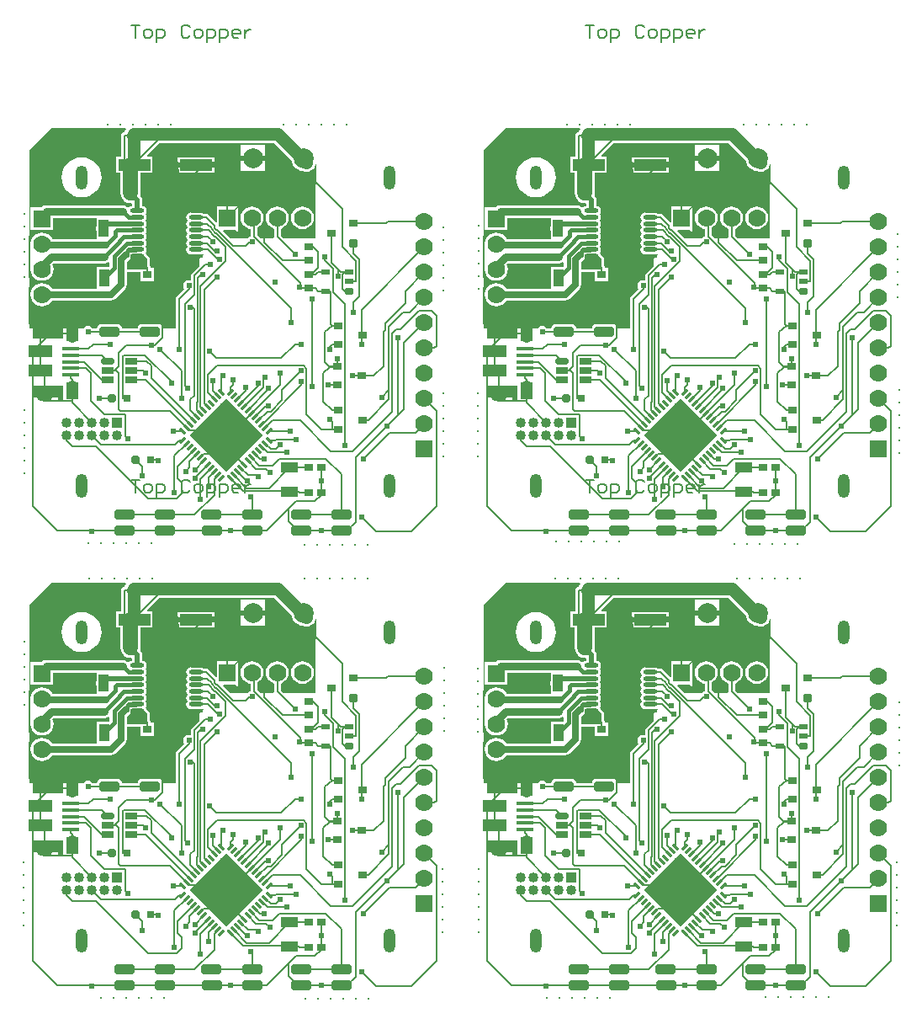
<source format=gtl>
G04 Layer_Physical_Order=1*
G04 Layer_Color=255*
%FSLAX25Y25*%
%MOIN*%
G70*
G01*
G75*
%ADD10R,0.03543X0.03150*%
G04:AMPARAMS|DCode=11|XSize=31.5mil|YSize=35.43mil|CornerRadius=7.87mil|HoleSize=0mil|Usage=FLASHONLY|Rotation=270.000|XOffset=0mil|YOffset=0mil|HoleType=Round|Shape=RoundedRectangle|*
%AMROUNDEDRECTD11*
21,1,0.03150,0.01969,0,0,270.0*
21,1,0.01575,0.03543,0,0,270.0*
1,1,0.01575,-0.00984,-0.00787*
1,1,0.01575,-0.00984,0.00787*
1,1,0.01575,0.00984,0.00787*
1,1,0.01575,0.00984,-0.00787*
%
%ADD11ROUNDEDRECTD11*%
%ADD12R,0.07087X0.03937*%
%ADD13R,0.03347X0.03150*%
%ADD14R,0.06890X0.01575*%
%ADD15R,0.09449X0.04724*%
%ADD16R,0.12205X0.04724*%
%ADD17R,0.04724X0.07087*%
G04:AMPARAMS|DCode=18|XSize=31.5mil|YSize=31.5mil|CornerRadius=7.87mil|HoleSize=0mil|Usage=FLASHONLY|Rotation=90.000|XOffset=0mil|YOffset=0mil|HoleType=Round|Shape=RoundedRectangle|*
%AMROUNDEDRECTD18*
21,1,0.03150,0.01575,0,0,90.0*
21,1,0.01575,0.03150,0,0,90.0*
1,1,0.01575,0.00787,0.00787*
1,1,0.01575,0.00787,-0.00787*
1,1,0.01575,-0.00787,-0.00787*
1,1,0.01575,-0.00787,0.00787*
%
%ADD18ROUNDEDRECTD18*%
%ADD19R,0.03150X0.03150*%
G04:AMPARAMS|DCode=20|XSize=27.56mil|YSize=51.18mil|CornerRadius=6.89mil|HoleSize=0mil|Usage=FLASHONLY|Rotation=90.000|XOffset=0mil|YOffset=0mil|HoleType=Round|Shape=RoundedRectangle|*
%AMROUNDEDRECTD20*
21,1,0.02756,0.03740,0,0,90.0*
21,1,0.01378,0.05118,0,0,90.0*
1,1,0.01378,0.01870,0.00689*
1,1,0.01378,0.01870,-0.00689*
1,1,0.01378,-0.01870,-0.00689*
1,1,0.01378,-0.01870,0.00689*
%
%ADD20ROUNDEDRECTD20*%
%ADD21R,0.05118X0.02756*%
G04:AMPARAMS|DCode=22|XSize=23.62mil|YSize=35.43mil|CornerRadius=5.91mil|HoleSize=0mil|Usage=FLASHONLY|Rotation=270.000|XOffset=0mil|YOffset=0mil|HoleType=Round|Shape=RoundedRectangle|*
%AMROUNDEDRECTD22*
21,1,0.02362,0.02362,0,0,270.0*
21,1,0.01181,0.03543,0,0,270.0*
1,1,0.01181,-0.01181,-0.00591*
1,1,0.01181,-0.01181,0.00591*
1,1,0.01181,0.01181,0.00591*
1,1,0.01181,0.01181,-0.00591*
%
%ADD22ROUNDEDRECTD22*%
%ADD23R,0.03543X0.02362*%
%ADD24R,0.03543X0.02953*%
G04:AMPARAMS|DCode=25|XSize=78.74mil|YSize=39.37mil|CornerRadius=9.84mil|HoleSize=0mil|Usage=FLASHONLY|Rotation=0.000|XOffset=0mil|YOffset=0mil|HoleType=Round|Shape=RoundedRectangle|*
%AMROUNDEDRECTD25*
21,1,0.07874,0.01969,0,0,0.0*
21,1,0.05906,0.03937,0,0,0.0*
1,1,0.01969,0.02953,-0.00984*
1,1,0.01969,-0.02953,-0.00984*
1,1,0.01969,-0.02953,0.00984*
1,1,0.01969,0.02953,0.00984*
%
%ADD25ROUNDEDRECTD25*%
%ADD26P,0.28674X4X180.0*%
G04:AMPARAMS|DCode=27|XSize=9.84mil|YSize=33.47mil|CornerRadius=0mil|HoleSize=0mil|Usage=FLASHONLY|Rotation=135.000|XOffset=0mil|YOffset=0mil|HoleType=Round|Shape=Round|*
%AMOVALD27*
21,1,0.02362,0.00984,0.00000,0.00000,225.0*
1,1,0.00984,0.00835,0.00835*
1,1,0.00984,-0.00835,-0.00835*
%
%ADD27OVALD27*%

G04:AMPARAMS|DCode=28|XSize=9.84mil|YSize=35.43mil|CornerRadius=0mil|HoleSize=0mil|Usage=FLASHONLY|Rotation=135.000|XOffset=0mil|YOffset=0mil|HoleType=Round|Shape=Round|*
%AMOVALD28*
21,1,0.02559,0.00984,0.00000,0.00000,225.0*
1,1,0.00984,0.00905,0.00905*
1,1,0.00984,-0.00905,-0.00905*
%
%ADD28OVALD28*%

G04:AMPARAMS|DCode=29|XSize=9.84mil|YSize=33.47mil|CornerRadius=0mil|HoleSize=0mil|Usage=FLASHONLY|Rotation=225.000|XOffset=0mil|YOffset=0mil|HoleType=Round|Shape=Round|*
%AMOVALD29*
21,1,0.02362,0.00984,0.00000,0.00000,315.0*
1,1,0.00984,-0.00835,0.00835*
1,1,0.00984,0.00835,-0.00835*
%
%ADD29OVALD29*%

G04:AMPARAMS|DCode=30|XSize=9.84mil|YSize=35.43mil|CornerRadius=0mil|HoleSize=0mil|Usage=FLASHONLY|Rotation=225.000|XOffset=0mil|YOffset=0mil|HoleType=Round|Shape=Round|*
%AMOVALD30*
21,1,0.02559,0.00984,0.00000,0.00000,315.0*
1,1,0.00984,-0.00905,0.00905*
1,1,0.00984,0.00905,-0.00905*
%
%ADD30OVALD30*%

G04:AMPARAMS|DCode=31|XSize=9.84mil|YSize=33.47mil|CornerRadius=2.46mil|HoleSize=0mil|Usage=FLASHONLY|Rotation=225.000|XOffset=0mil|YOffset=0mil|HoleType=Round|Shape=RoundedRectangle|*
%AMROUNDEDRECTD31*
21,1,0.00984,0.02854,0,0,225.0*
21,1,0.00492,0.03347,0,0,225.0*
1,1,0.00492,-0.01183,0.00835*
1,1,0.00492,-0.00835,0.01183*
1,1,0.00492,0.01183,-0.00835*
1,1,0.00492,0.00835,-0.01183*
%
%ADD31ROUNDEDRECTD31*%
%ADD32R,0.03937X0.06693*%
%ADD33R,0.11811X0.11811*%
%ADD34O,0.05512X0.01772*%
%ADD35R,0.05512X0.01772*%
%ADD36R,0.03740X0.02756*%
%ADD37R,0.12500X0.04500*%
%ADD38C,0.00600*%
%ADD39C,0.03000*%
%ADD40C,0.02000*%
%ADD41C,0.04000*%
%ADD42C,0.01600*%
%ADD43C,0.00800*%
%ADD44C,0.02500*%
%ADD45C,0.01000*%
%ADD46C,0.05000*%
%ADD47C,0.01500*%
%ADD48C,0.06000*%
%ADD49C,0.01000*%
%ADD50O,0.04724X0.09449*%
%ADD51O,0.06102X0.03543*%
%ADD52O,0.03740X0.04921*%
%ADD53C,0.07000*%
%ADD54R,0.07000X0.07000*%
%ADD55C,0.04000*%
%ADD56R,0.04000X0.04000*%
%ADD57R,0.07000X0.07000*%
%ADD58C,0.07874*%
%ADD59C,0.02400*%
%ADD60C,0.01969*%
G36*
X345359Y467825D02*
X344887Y467209D01*
X344705Y466770D01*
X344600D01*
X344093Y466669D01*
X343663Y466381D01*
X343375Y465951D01*
X343274Y465444D01*
Y456994D01*
X341394D01*
Y450494D01*
X343109D01*
Y442544D01*
X343247Y441500D01*
X343650Y440527D01*
X344291Y439691D01*
X345127Y439050D01*
X346100Y438647D01*
X347144Y438510D01*
X347315Y438532D01*
X347691Y438202D01*
Y437390D01*
X347124Y437277D01*
X346550Y436894D01*
X346376Y436838D01*
X345986D01*
X345846Y437046D01*
X345020Y437599D01*
X344044Y437793D01*
X313644D01*
X312669Y437599D01*
X311842Y437046D01*
X311706Y436844D01*
X307544D01*
Y427844D01*
X316544D01*
Y432695D01*
X333588D01*
Y429496D01*
X333407Y429227D01*
X333272Y428544D01*
X333407Y427861D01*
X333588Y427592D01*
Y424238D01*
X316130D01*
X315975Y424614D01*
X315253Y425554D01*
X314313Y426275D01*
X313219Y426728D01*
X312044Y426883D01*
X310869Y426728D01*
X309775Y426275D01*
X308835Y425554D01*
X308113Y424614D01*
X307660Y423519D01*
X307529Y422528D01*
X307029Y422561D01*
Y459566D01*
X315788Y468325D01*
X345190D01*
X345359Y467825D01*
D02*
G37*
G36*
X165359D02*
X164887Y467209D01*
X164705Y466770D01*
X164600D01*
X164093Y466669D01*
X163663Y466381D01*
X163375Y465951D01*
X163275Y465444D01*
Y456994D01*
X161394D01*
Y450494D01*
X163110D01*
Y442544D01*
X163247Y441500D01*
X163650Y440527D01*
X164291Y439691D01*
X165127Y439050D01*
X166100Y438647D01*
X167144Y438510D01*
X167315Y438532D01*
X167691Y438202D01*
Y437390D01*
X167124Y437277D01*
X166550Y436894D01*
X166376Y436838D01*
X165986D01*
X165846Y437046D01*
X165020Y437599D01*
X164044Y437793D01*
X133644D01*
X132669Y437599D01*
X131842Y437046D01*
X131706Y436844D01*
X127544D01*
Y427844D01*
X136544D01*
Y432695D01*
X153587D01*
Y429496D01*
X153408Y429227D01*
X153272Y428544D01*
X153408Y427861D01*
X153587Y427592D01*
Y424238D01*
X136130D01*
X135975Y424614D01*
X135253Y425554D01*
X134313Y426275D01*
X133219Y426728D01*
X132044Y426883D01*
X130869Y426728D01*
X129775Y426275D01*
X128835Y425554D01*
X128113Y424614D01*
X127660Y423519D01*
X127529Y422528D01*
X127029Y422561D01*
Y459566D01*
X135788Y468325D01*
X165190D01*
X165359Y467825D01*
D02*
G37*
G36*
X410857Y455538D02*
X410934Y454955D01*
X411432Y453754D01*
X412223Y452723D01*
X413254Y451931D01*
X414455Y451434D01*
X415557Y451289D01*
X415931Y451134D01*
X416844Y451014D01*
X417758Y451134D01*
X418609Y451487D01*
X419340Y452048D01*
X419901Y452779D01*
X420254Y453631D01*
X420309Y454050D01*
X420375Y454097D01*
X420870Y453834D01*
X420544Y437944D01*
Y424644D01*
X407719D01*
X406569Y425793D01*
Y428422D01*
X407513Y428813D01*
X408453Y429535D01*
X409175Y430475D01*
X409628Y431569D01*
X409783Y432744D01*
X409628Y433919D01*
X409175Y435013D01*
X408453Y435953D01*
X407513Y436675D01*
X406419Y437128D01*
X405244Y437283D01*
X404069Y437128D01*
X402975Y436675D01*
X402035Y435953D01*
X401313Y435013D01*
X400860Y433919D01*
X400705Y432744D01*
X400860Y431569D01*
X401313Y430475D01*
X402035Y429535D01*
X402975Y428813D01*
X403919Y428422D01*
Y425244D01*
X403938Y425144D01*
X403528Y424644D01*
X398688D01*
X397439Y425893D01*
Y428783D01*
X397513Y428813D01*
X398453Y429535D01*
X399175Y430475D01*
X399628Y431569D01*
X399783Y432744D01*
X399628Y433919D01*
X399175Y435013D01*
X398453Y435953D01*
X397513Y436675D01*
X396419Y437128D01*
X395244Y437283D01*
X394069Y437128D01*
X392975Y436675D01*
X392035Y435953D01*
X391313Y435013D01*
X390860Y433919D01*
X390705Y432744D01*
X390860Y431569D01*
X391313Y430475D01*
X392035Y429535D01*
X392975Y428813D01*
X394069Y428360D01*
X394789Y428265D01*
Y425397D01*
X394386Y425316D01*
X393658Y424830D01*
X393534Y424644D01*
X386671D01*
X383834Y427482D01*
X384025Y427944D01*
X388544D01*
X389244Y427244D01*
X389744Y427744D01*
Y437244D01*
X381244D01*
X381497Y436991D01*
Y431073D01*
X380997Y430866D01*
X377984Y433879D01*
X377554Y434166D01*
X377046Y434267D01*
X376211D01*
X376188Y434301D01*
X375564Y434718D01*
X374828Y434865D01*
X371088D01*
X370352Y434718D01*
X369728Y434301D01*
X369312Y433678D01*
X369165Y432942D01*
X369312Y432206D01*
X369675Y431662D01*
X369312Y431118D01*
X369165Y430383D01*
X369312Y429647D01*
X369675Y429103D01*
X369312Y428559D01*
X369165Y427824D01*
X369312Y427088D01*
X369675Y426544D01*
X369312Y426000D01*
X369165Y425265D01*
X369312Y424529D01*
X369675Y423985D01*
X369312Y423441D01*
X369165Y422706D01*
X369312Y421970D01*
X369675Y421426D01*
X369312Y420882D01*
X369165Y420146D01*
X369312Y419411D01*
X369728Y418787D01*
X370352Y418370D01*
X371088Y418224D01*
X374828D01*
X375564Y418370D01*
X375862Y418569D01*
X376181Y418181D01*
X374444Y416444D01*
Y413788D01*
X371407Y410751D01*
X371119Y410321D01*
X371019Y409814D01*
Y408383D01*
X370632Y408066D01*
X370244Y408143D01*
X369386Y407972D01*
X368658Y407486D01*
X368172Y406758D01*
X368001Y405900D01*
X368172Y405042D01*
X368410Y404685D01*
X365363Y401637D01*
X365075Y401207D01*
X364974Y400700D01*
Y389144D01*
X359779D01*
X359708Y389503D01*
X359269Y390159D01*
X358613Y390597D01*
X357839Y390751D01*
X351933D01*
X351159Y390597D01*
X350502Y390159D01*
X350064Y389503D01*
X349993Y389144D01*
X343637D01*
X343566Y389503D01*
X343127Y390159D01*
X342471Y390597D01*
X341697Y390751D01*
X335791D01*
X335017Y390597D01*
X334361Y390159D01*
X333922Y389503D01*
X333851Y389144D01*
X331954D01*
X331830Y389330D01*
X331102Y389816D01*
X330244Y389987D01*
X329386Y389816D01*
X328658Y389330D01*
X328534Y389144D01*
X308944D01*
X307405Y388948D01*
X307029Y389279D01*
Y402127D01*
X307529Y402160D01*
X307660Y401169D01*
X308113Y400075D01*
X308835Y399135D01*
X309775Y398413D01*
X310869Y397960D01*
X312044Y397805D01*
X313219Y397960D01*
X314313Y398413D01*
X315253Y399135D01*
X315956Y400050D01*
X339344D01*
X340222Y400224D01*
X340966Y400722D01*
X344966Y404722D01*
X345463Y405466D01*
X345638Y406344D01*
Y411424D01*
X351110D01*
Y407669D01*
X356457D01*
Y412819D01*
X355109D01*
Y412961D01*
X355008Y413468D01*
X354764Y413833D01*
Y416644D01*
X354686Y417034D01*
X354465Y417365D01*
X353465Y418365D01*
X353279Y418489D01*
X353053Y418927D01*
X353377Y419411D01*
X353523Y420146D01*
X353377Y420882D01*
X353013Y421426D01*
X353377Y421970D01*
X353523Y422706D01*
X353377Y423441D01*
X353013Y423985D01*
X353377Y424529D01*
X353523Y425265D01*
X353377Y426000D01*
X353013Y426544D01*
X353377Y427088D01*
X353523Y427824D01*
X353377Y428559D01*
X353013Y429103D01*
X353377Y429647D01*
X353523Y430383D01*
X353377Y431118D01*
X353013Y431662D01*
X353377Y432206D01*
X353523Y432942D01*
X353377Y433678D01*
X353013Y434221D01*
X353377Y434765D01*
X353523Y435501D01*
X353377Y436237D01*
X352960Y436860D01*
X352336Y437277D01*
X351769Y437390D01*
Y439958D01*
X351614Y440739D01*
X351172Y441400D01*
X351037Y441490D01*
X351041Y441500D01*
X351179Y442544D01*
Y450494D01*
X355894D01*
Y456994D01*
X353822D01*
X353630Y457456D01*
X358488Y462314D01*
X404082D01*
X410857Y455538D01*
D02*
G37*
G36*
X230857D02*
X230934Y454955D01*
X231432Y453754D01*
X232223Y452723D01*
X233254Y451931D01*
X234455Y451434D01*
X235557Y451289D01*
X235931Y451134D01*
X236844Y451014D01*
X237758Y451134D01*
X238609Y451487D01*
X239340Y452048D01*
X239901Y452779D01*
X240254Y453631D01*
X240309Y454050D01*
X240375Y454097D01*
X240870Y453834D01*
X240544Y437944D01*
Y424644D01*
X227719D01*
X226570Y425793D01*
Y428422D01*
X227513Y428813D01*
X228453Y429535D01*
X229175Y430475D01*
X229628Y431569D01*
X229783Y432744D01*
X229628Y433919D01*
X229175Y435013D01*
X228453Y435953D01*
X227513Y436675D01*
X226419Y437128D01*
X225244Y437283D01*
X224069Y437128D01*
X222975Y436675D01*
X222035Y435953D01*
X221313Y435013D01*
X220860Y433919D01*
X220705Y432744D01*
X220860Y431569D01*
X221313Y430475D01*
X222035Y429535D01*
X222975Y428813D01*
X223919Y428422D01*
Y425244D01*
X223938Y425144D01*
X223528Y424644D01*
X218688D01*
X217439Y425893D01*
Y428783D01*
X217513Y428813D01*
X218453Y429535D01*
X219175Y430475D01*
X219628Y431569D01*
X219783Y432744D01*
X219628Y433919D01*
X219175Y435013D01*
X218453Y435953D01*
X217513Y436675D01*
X216419Y437128D01*
X215244Y437283D01*
X214069Y437128D01*
X212975Y436675D01*
X212035Y435953D01*
X211313Y435013D01*
X210860Y433919D01*
X210705Y432744D01*
X210860Y431569D01*
X211313Y430475D01*
X212035Y429535D01*
X212975Y428813D01*
X214069Y428360D01*
X214789Y428265D01*
Y425397D01*
X214386Y425316D01*
X213658Y424830D01*
X213534Y424644D01*
X206672D01*
X203834Y427482D01*
X204025Y427944D01*
X208544D01*
X209244Y427244D01*
X209744Y427744D01*
Y437244D01*
X201244D01*
X201497Y436991D01*
Y431073D01*
X200997Y430866D01*
X197984Y433879D01*
X197554Y434166D01*
X197046Y434267D01*
X196211D01*
X196188Y434301D01*
X195564Y434718D01*
X194828Y434865D01*
X191088D01*
X190352Y434718D01*
X189728Y434301D01*
X189312Y433678D01*
X189165Y432942D01*
X189312Y432206D01*
X189675Y431662D01*
X189312Y431118D01*
X189165Y430383D01*
X189312Y429647D01*
X189675Y429103D01*
X189312Y428559D01*
X189165Y427824D01*
X189312Y427088D01*
X189675Y426544D01*
X189312Y426000D01*
X189165Y425265D01*
X189312Y424529D01*
X189675Y423985D01*
X189312Y423441D01*
X189165Y422706D01*
X189312Y421970D01*
X189675Y421426D01*
X189312Y420882D01*
X189165Y420146D01*
X189312Y419411D01*
X189728Y418787D01*
X190352Y418370D01*
X191088Y418224D01*
X194828D01*
X195564Y418370D01*
X195862Y418569D01*
X196181Y418181D01*
X194444Y416444D01*
Y413788D01*
X191407Y410751D01*
X191120Y410321D01*
X191019Y409814D01*
Y408383D01*
X190632Y408066D01*
X190244Y408143D01*
X189386Y407972D01*
X188658Y407486D01*
X188172Y406758D01*
X188001Y405900D01*
X188172Y405042D01*
X188410Y404685D01*
X185363Y401637D01*
X185075Y401207D01*
X184975Y400700D01*
Y389144D01*
X179779D01*
X179708Y389503D01*
X179269Y390159D01*
X178613Y390597D01*
X177839Y390751D01*
X171933D01*
X171159Y390597D01*
X170502Y390159D01*
X170064Y389503D01*
X169993Y389144D01*
X163637D01*
X163566Y389503D01*
X163127Y390159D01*
X162471Y390597D01*
X161697Y390751D01*
X155791D01*
X155017Y390597D01*
X154361Y390159D01*
X153922Y389503D01*
X153851Y389144D01*
X151954D01*
X151830Y389330D01*
X151102Y389816D01*
X150244Y389987D01*
X149386Y389816D01*
X148658Y389330D01*
X148534Y389144D01*
X128944D01*
X127405Y388948D01*
X127029Y389279D01*
Y402127D01*
X127529Y402160D01*
X127660Y401169D01*
X128113Y400075D01*
X128835Y399135D01*
X129775Y398413D01*
X130869Y397960D01*
X132044Y397805D01*
X133219Y397960D01*
X134313Y398413D01*
X135253Y399135D01*
X135956Y400050D01*
X159344D01*
X160222Y400224D01*
X160966Y400722D01*
X164966Y404722D01*
X165463Y405466D01*
X165638Y406344D01*
Y411424D01*
X171110D01*
Y407669D01*
X176457D01*
Y412819D01*
X175109D01*
Y412961D01*
X175008Y413468D01*
X174764Y413833D01*
Y416644D01*
X174686Y417034D01*
X174465Y417365D01*
X173465Y418365D01*
X173279Y418489D01*
X173053Y418927D01*
X173377Y419411D01*
X173523Y420146D01*
X173377Y420882D01*
X173013Y421426D01*
X173377Y421970D01*
X173523Y422706D01*
X173377Y423441D01*
X173013Y423985D01*
X173377Y424529D01*
X173523Y425265D01*
X173377Y426000D01*
X173013Y426544D01*
X173377Y427088D01*
X173523Y427824D01*
X173377Y428559D01*
X173013Y429103D01*
X173377Y429647D01*
X173523Y430383D01*
X173377Y431118D01*
X173013Y431662D01*
X173377Y432206D01*
X173523Y432942D01*
X173377Y433678D01*
X173013Y434221D01*
X173377Y434765D01*
X173523Y435501D01*
X173377Y436237D01*
X172960Y436860D01*
X172336Y437277D01*
X171769Y437390D01*
Y439958D01*
X171614Y440739D01*
X171172Y441400D01*
X171037Y441490D01*
X171041Y441500D01*
X171178Y442544D01*
Y450494D01*
X175894D01*
Y456994D01*
X173822D01*
X173630Y457456D01*
X178488Y462314D01*
X224082D01*
X230857Y455538D01*
D02*
G37*
G36*
X353244Y417144D02*
X353744Y416644D01*
Y412444D01*
X345638D01*
Y415244D01*
X346746Y416352D01*
X347244Y417096D01*
X347273Y417246D01*
X352644Y417644D01*
X352744D01*
X353244Y417144D01*
D02*
G37*
G36*
X173244D02*
X173744Y416644D01*
Y412444D01*
X165638D01*
Y415244D01*
X166746Y416352D01*
X167244Y417096D01*
X167273Y417246D01*
X172644Y417644D01*
X172744D01*
X173244Y417144D01*
D02*
G37*
G36*
X338859Y414982D02*
Y413642D01*
X338407Y413190D01*
X333687D01*
Y404638D01*
X315956D01*
X315253Y405553D01*
X314313Y406275D01*
X313219Y406728D01*
X312044Y406883D01*
X310869Y406728D01*
X309775Y406275D01*
X308835Y405553D01*
X308113Y404613D01*
X307660Y403519D01*
X307529Y402528D01*
X307029Y402561D01*
Y412127D01*
X307529Y412160D01*
X307660Y411169D01*
X308113Y410075D01*
X308835Y409135D01*
X309775Y408413D01*
X310869Y407960D01*
X312044Y407805D01*
X313219Y407960D01*
X314313Y408413D01*
X315253Y409135D01*
X315975Y410075D01*
X316428Y411169D01*
X316583Y412344D01*
X316428Y413519D01*
X316163Y414158D01*
X316700Y414695D01*
X336844D01*
X337820Y414889D01*
X338359Y415249D01*
X338859Y414982D01*
D02*
G37*
G36*
X158859D02*
Y413642D01*
X158407Y413190D01*
X153688D01*
Y404638D01*
X135956D01*
X135253Y405553D01*
X134313Y406275D01*
X133219Y406728D01*
X132044Y406883D01*
X130869Y406728D01*
X129775Y406275D01*
X128835Y405553D01*
X128113Y404613D01*
X127660Y403519D01*
X127529Y402528D01*
X127029Y402561D01*
Y412127D01*
X127529Y412160D01*
X127660Y411169D01*
X128113Y410075D01*
X128835Y409135D01*
X129775Y408413D01*
X130869Y407960D01*
X132044Y407805D01*
X133219Y407960D01*
X134313Y408413D01*
X135253Y409135D01*
X135975Y410075D01*
X136428Y411169D01*
X136583Y412344D01*
X136428Y413519D01*
X136163Y414158D01*
X136700Y414695D01*
X156844D01*
X157819Y414889D01*
X158359Y415249D01*
X158859Y414982D01*
D02*
G37*
G36*
X320488Y360390D02*
X318520D01*
Y361965D01*
X320488D01*
Y360390D01*
D02*
G37*
G36*
X140488D02*
X138520D01*
Y361965D01*
X140488D01*
Y360390D01*
D02*
G37*
G36*
X345359Y287825D02*
X344887Y287209D01*
X344705Y286770D01*
X344600D01*
X344093Y286669D01*
X343663Y286381D01*
X343375Y285951D01*
X343274Y285444D01*
Y276994D01*
X341394D01*
Y270494D01*
X343109D01*
Y262544D01*
X343247Y261500D01*
X343650Y260527D01*
X344291Y259691D01*
X345127Y259050D01*
X346100Y258647D01*
X347144Y258509D01*
X347315Y258532D01*
X347691Y258202D01*
Y257390D01*
X347124Y257277D01*
X346550Y256893D01*
X346376Y256838D01*
X345986D01*
X345846Y257046D01*
X345020Y257599D01*
X344044Y257793D01*
X313644D01*
X312669Y257599D01*
X311842Y257046D01*
X311706Y256844D01*
X307544D01*
Y247844D01*
X316544D01*
Y252695D01*
X333588D01*
Y249496D01*
X333407Y249227D01*
X333272Y248544D01*
X333407Y247861D01*
X333588Y247592D01*
Y244238D01*
X316130D01*
X315975Y244614D01*
X315253Y245554D01*
X314313Y246275D01*
X313219Y246728D01*
X312044Y246883D01*
X310869Y246728D01*
X309775Y246275D01*
X308835Y245554D01*
X308113Y244614D01*
X307660Y243519D01*
X307529Y242528D01*
X307029Y242561D01*
Y279567D01*
X315788Y288325D01*
X345190D01*
X345359Y287825D01*
D02*
G37*
G36*
X165359D02*
X164887Y287209D01*
X164705Y286770D01*
X164600D01*
X164093Y286669D01*
X163663Y286381D01*
X163375Y285951D01*
X163275Y285444D01*
Y276994D01*
X161394D01*
Y270494D01*
X163110D01*
Y262544D01*
X163247Y261500D01*
X163650Y260527D01*
X164291Y259691D01*
X165127Y259050D01*
X166100Y258647D01*
X167144Y258509D01*
X167315Y258532D01*
X167691Y258202D01*
Y257390D01*
X167124Y257277D01*
X166550Y256893D01*
X166376Y256838D01*
X165986D01*
X165846Y257046D01*
X165020Y257599D01*
X164044Y257793D01*
X133644D01*
X132669Y257599D01*
X131842Y257046D01*
X131706Y256844D01*
X127544D01*
Y247844D01*
X136544D01*
Y252695D01*
X153587D01*
Y249496D01*
X153408Y249227D01*
X153272Y248544D01*
X153408Y247861D01*
X153587Y247592D01*
Y244238D01*
X136130D01*
X135975Y244614D01*
X135253Y245554D01*
X134313Y246275D01*
X133219Y246728D01*
X132044Y246883D01*
X130869Y246728D01*
X129775Y246275D01*
X128835Y245554D01*
X128113Y244614D01*
X127660Y243519D01*
X127529Y242528D01*
X127029Y242561D01*
Y279567D01*
X135788Y288325D01*
X165190D01*
X165359Y287825D01*
D02*
G37*
G36*
X410857Y275538D02*
X410934Y274955D01*
X411432Y273754D01*
X412223Y272723D01*
X413254Y271932D01*
X414455Y271434D01*
X415557Y271289D01*
X415931Y271134D01*
X416844Y271014D01*
X417758Y271134D01*
X418609Y271487D01*
X419340Y272048D01*
X419901Y272779D01*
X420254Y273631D01*
X420309Y274050D01*
X420375Y274096D01*
X420870Y273834D01*
X420544Y257944D01*
Y244644D01*
X407719D01*
X406569Y245793D01*
Y248422D01*
X407513Y248813D01*
X408453Y249535D01*
X409175Y250475D01*
X409628Y251569D01*
X409783Y252744D01*
X409628Y253919D01*
X409175Y255013D01*
X408453Y255953D01*
X407513Y256675D01*
X406419Y257128D01*
X405244Y257283D01*
X404069Y257128D01*
X402975Y256675D01*
X402035Y255953D01*
X401313Y255013D01*
X400860Y253919D01*
X400705Y252744D01*
X400860Y251569D01*
X401313Y250475D01*
X402035Y249535D01*
X402975Y248813D01*
X403919Y248422D01*
Y245244D01*
X403938Y245144D01*
X403528Y244644D01*
X398688D01*
X397439Y245893D01*
Y248783D01*
X397513Y248813D01*
X398453Y249535D01*
X399175Y250475D01*
X399628Y251569D01*
X399783Y252744D01*
X399628Y253919D01*
X399175Y255013D01*
X398453Y255953D01*
X397513Y256675D01*
X396419Y257128D01*
X395244Y257283D01*
X394069Y257128D01*
X392975Y256675D01*
X392035Y255953D01*
X391313Y255013D01*
X390860Y253919D01*
X390705Y252744D01*
X390860Y251569D01*
X391313Y250475D01*
X392035Y249535D01*
X392975Y248813D01*
X394069Y248360D01*
X394789Y248265D01*
Y245397D01*
X394386Y245316D01*
X393658Y244830D01*
X393534Y244644D01*
X386671D01*
X383834Y247482D01*
X384025Y247944D01*
X388544D01*
X389244Y247244D01*
X389744Y247744D01*
Y257244D01*
X381244D01*
X381497Y256991D01*
Y251073D01*
X380997Y250866D01*
X377984Y253879D01*
X377554Y254166D01*
X377046Y254267D01*
X376211D01*
X376188Y254301D01*
X375564Y254718D01*
X374828Y254865D01*
X371088D01*
X370352Y254718D01*
X369728Y254301D01*
X369312Y253678D01*
X369165Y252942D01*
X369312Y252206D01*
X369675Y251662D01*
X369312Y251118D01*
X369165Y250383D01*
X369312Y249647D01*
X369675Y249103D01*
X369312Y248559D01*
X369165Y247824D01*
X369312Y247088D01*
X369675Y246544D01*
X369312Y246000D01*
X369165Y245265D01*
X369312Y244529D01*
X369675Y243985D01*
X369312Y243441D01*
X369165Y242706D01*
X369312Y241970D01*
X369675Y241426D01*
X369312Y240882D01*
X369165Y240146D01*
X369312Y239411D01*
X369728Y238787D01*
X370352Y238370D01*
X371088Y238224D01*
X374828D01*
X375564Y238370D01*
X375862Y238569D01*
X376181Y238181D01*
X374444Y236444D01*
Y233788D01*
X371407Y230751D01*
X371119Y230321D01*
X371019Y229814D01*
Y228383D01*
X370632Y228066D01*
X370244Y228143D01*
X369386Y227972D01*
X368658Y227486D01*
X368172Y226758D01*
X368001Y225900D01*
X368172Y225042D01*
X368410Y224685D01*
X365363Y221637D01*
X365075Y221207D01*
X364974Y220700D01*
Y209144D01*
X359779D01*
X359708Y209503D01*
X359269Y210159D01*
X358613Y210597D01*
X357839Y210751D01*
X351933D01*
X351159Y210597D01*
X350502Y210159D01*
X350064Y209503D01*
X349993Y209144D01*
X343637D01*
X343566Y209503D01*
X343127Y210159D01*
X342471Y210597D01*
X341697Y210751D01*
X335791D01*
X335017Y210597D01*
X334361Y210159D01*
X333922Y209503D01*
X333851Y209144D01*
X331954D01*
X331830Y209330D01*
X331102Y209816D01*
X330244Y209987D01*
X329386Y209816D01*
X328658Y209330D01*
X328534Y209144D01*
X308944D01*
X307405Y208948D01*
X307029Y209279D01*
Y222127D01*
X307529Y222160D01*
X307660Y221169D01*
X308113Y220075D01*
X308835Y219135D01*
X309775Y218413D01*
X310869Y217960D01*
X312044Y217805D01*
X313219Y217960D01*
X314313Y218413D01*
X315253Y219135D01*
X315956Y220050D01*
X339344D01*
X340222Y220224D01*
X340966Y220722D01*
X344966Y224722D01*
X345463Y225466D01*
X345638Y226344D01*
Y231424D01*
X351110D01*
Y227669D01*
X356457D01*
Y232819D01*
X355109D01*
Y232961D01*
X355008Y233468D01*
X354764Y233833D01*
Y236644D01*
X354686Y237034D01*
X354465Y237365D01*
X353465Y238365D01*
X353279Y238489D01*
X353053Y238927D01*
X353377Y239411D01*
X353523Y240146D01*
X353377Y240882D01*
X353013Y241426D01*
X353377Y241970D01*
X353523Y242706D01*
X353377Y243441D01*
X353013Y243985D01*
X353377Y244529D01*
X353523Y245265D01*
X353377Y246000D01*
X353013Y246544D01*
X353377Y247088D01*
X353523Y247824D01*
X353377Y248559D01*
X353013Y249103D01*
X353377Y249647D01*
X353523Y250383D01*
X353377Y251118D01*
X353013Y251662D01*
X353377Y252206D01*
X353523Y252942D01*
X353377Y253678D01*
X353013Y254221D01*
X353377Y254765D01*
X353523Y255501D01*
X353377Y256237D01*
X352960Y256860D01*
X352336Y257277D01*
X351769Y257390D01*
Y259958D01*
X351614Y260739D01*
X351172Y261400D01*
X351037Y261490D01*
X351041Y261500D01*
X351179Y262544D01*
Y270494D01*
X355894D01*
Y276994D01*
X353822D01*
X353630Y277456D01*
X358488Y282314D01*
X404082D01*
X410857Y275538D01*
D02*
G37*
G36*
X230857D02*
X230934Y274955D01*
X231432Y273754D01*
X232223Y272723D01*
X233254Y271932D01*
X234455Y271434D01*
X235557Y271289D01*
X235931Y271134D01*
X236844Y271014D01*
X237758Y271134D01*
X238609Y271487D01*
X239340Y272048D01*
X239901Y272779D01*
X240254Y273631D01*
X240309Y274050D01*
X240375Y274096D01*
X240870Y273834D01*
X240544Y257944D01*
Y244644D01*
X227719D01*
X226570Y245793D01*
Y248422D01*
X227513Y248813D01*
X228453Y249535D01*
X229175Y250475D01*
X229628Y251569D01*
X229783Y252744D01*
X229628Y253919D01*
X229175Y255013D01*
X228453Y255953D01*
X227513Y256675D01*
X226419Y257128D01*
X225244Y257283D01*
X224069Y257128D01*
X222975Y256675D01*
X222035Y255953D01*
X221313Y255013D01*
X220860Y253919D01*
X220705Y252744D01*
X220860Y251569D01*
X221313Y250475D01*
X222035Y249535D01*
X222975Y248813D01*
X223919Y248422D01*
Y245244D01*
X223938Y245144D01*
X223528Y244644D01*
X218688D01*
X217439Y245893D01*
Y248783D01*
X217513Y248813D01*
X218453Y249535D01*
X219175Y250475D01*
X219628Y251569D01*
X219783Y252744D01*
X219628Y253919D01*
X219175Y255013D01*
X218453Y255953D01*
X217513Y256675D01*
X216419Y257128D01*
X215244Y257283D01*
X214069Y257128D01*
X212975Y256675D01*
X212035Y255953D01*
X211313Y255013D01*
X210860Y253919D01*
X210705Y252744D01*
X210860Y251569D01*
X211313Y250475D01*
X212035Y249535D01*
X212975Y248813D01*
X214069Y248360D01*
X214789Y248265D01*
Y245397D01*
X214386Y245316D01*
X213658Y244830D01*
X213534Y244644D01*
X206672D01*
X203834Y247482D01*
X204025Y247944D01*
X208544D01*
X209244Y247244D01*
X209744Y247744D01*
Y257244D01*
X201244D01*
X201497Y256991D01*
Y251073D01*
X200997Y250866D01*
X197984Y253879D01*
X197554Y254166D01*
X197046Y254267D01*
X196211D01*
X196188Y254301D01*
X195564Y254718D01*
X194828Y254865D01*
X191088D01*
X190352Y254718D01*
X189728Y254301D01*
X189312Y253678D01*
X189165Y252942D01*
X189312Y252206D01*
X189675Y251662D01*
X189312Y251118D01*
X189165Y250383D01*
X189312Y249647D01*
X189675Y249103D01*
X189312Y248559D01*
X189165Y247824D01*
X189312Y247088D01*
X189675Y246544D01*
X189312Y246000D01*
X189165Y245265D01*
X189312Y244529D01*
X189675Y243985D01*
X189312Y243441D01*
X189165Y242706D01*
X189312Y241970D01*
X189675Y241426D01*
X189312Y240882D01*
X189165Y240146D01*
X189312Y239411D01*
X189728Y238787D01*
X190352Y238370D01*
X191088Y238224D01*
X194828D01*
X195564Y238370D01*
X195862Y238569D01*
X196181Y238181D01*
X194444Y236444D01*
Y233788D01*
X191407Y230751D01*
X191120Y230321D01*
X191019Y229814D01*
Y228383D01*
X190632Y228066D01*
X190244Y228143D01*
X189386Y227972D01*
X188658Y227486D01*
X188172Y226758D01*
X188001Y225900D01*
X188172Y225042D01*
X188410Y224685D01*
X185363Y221637D01*
X185075Y221207D01*
X184975Y220700D01*
Y209144D01*
X179779D01*
X179708Y209503D01*
X179269Y210159D01*
X178613Y210597D01*
X177839Y210751D01*
X171933D01*
X171159Y210597D01*
X170502Y210159D01*
X170064Y209503D01*
X169993Y209144D01*
X163637D01*
X163566Y209503D01*
X163127Y210159D01*
X162471Y210597D01*
X161697Y210751D01*
X155791D01*
X155017Y210597D01*
X154361Y210159D01*
X153922Y209503D01*
X153851Y209144D01*
X151954D01*
X151830Y209330D01*
X151102Y209816D01*
X150244Y209987D01*
X149386Y209816D01*
X148658Y209330D01*
X148534Y209144D01*
X128944D01*
X127405Y208948D01*
X127029Y209279D01*
Y222127D01*
X127529Y222160D01*
X127660Y221169D01*
X128113Y220075D01*
X128835Y219135D01*
X129775Y218413D01*
X130869Y217960D01*
X132044Y217805D01*
X133219Y217960D01*
X134313Y218413D01*
X135253Y219135D01*
X135956Y220050D01*
X159344D01*
X160222Y220224D01*
X160966Y220722D01*
X164966Y224722D01*
X165463Y225466D01*
X165638Y226344D01*
Y231424D01*
X171110D01*
Y227669D01*
X176457D01*
Y232819D01*
X175109D01*
Y232961D01*
X175008Y233468D01*
X174764Y233833D01*
Y236644D01*
X174686Y237034D01*
X174465Y237365D01*
X173465Y238365D01*
X173279Y238489D01*
X173053Y238927D01*
X173377Y239411D01*
X173523Y240146D01*
X173377Y240882D01*
X173013Y241426D01*
X173377Y241970D01*
X173523Y242706D01*
X173377Y243441D01*
X173013Y243985D01*
X173377Y244529D01*
X173523Y245265D01*
X173377Y246000D01*
X173013Y246544D01*
X173377Y247088D01*
X173523Y247824D01*
X173377Y248559D01*
X173013Y249103D01*
X173377Y249647D01*
X173523Y250383D01*
X173377Y251118D01*
X173013Y251662D01*
X173377Y252206D01*
X173523Y252942D01*
X173377Y253678D01*
X173013Y254221D01*
X173377Y254765D01*
X173523Y255501D01*
X173377Y256237D01*
X172960Y256860D01*
X172336Y257277D01*
X171769Y257390D01*
Y259958D01*
X171614Y260739D01*
X171172Y261400D01*
X171037Y261490D01*
X171041Y261500D01*
X171178Y262544D01*
Y270494D01*
X175894D01*
Y276994D01*
X173822D01*
X173630Y277456D01*
X178488Y282314D01*
X224082D01*
X230857Y275538D01*
D02*
G37*
G36*
X353244Y237144D02*
X353744Y236644D01*
Y232444D01*
X345638D01*
Y235244D01*
X346746Y236352D01*
X347244Y237096D01*
X347273Y237246D01*
X352644Y237644D01*
X352744D01*
X353244Y237144D01*
D02*
G37*
G36*
X173244D02*
X173744Y236644D01*
Y232444D01*
X165638D01*
Y235244D01*
X166746Y236352D01*
X167244Y237096D01*
X167273Y237246D01*
X172644Y237644D01*
X172744D01*
X173244Y237144D01*
D02*
G37*
G36*
X338859Y234982D02*
Y233642D01*
X338407Y233190D01*
X333687D01*
Y224638D01*
X315956D01*
X315253Y225553D01*
X314313Y226275D01*
X313219Y226728D01*
X312044Y226883D01*
X310869Y226728D01*
X309775Y226275D01*
X308835Y225553D01*
X308113Y224613D01*
X307660Y223519D01*
X307529Y222528D01*
X307029Y222561D01*
Y232127D01*
X307529Y232160D01*
X307660Y231169D01*
X308113Y230075D01*
X308835Y229135D01*
X309775Y228413D01*
X310869Y227960D01*
X312044Y227805D01*
X313219Y227960D01*
X314313Y228413D01*
X315253Y229135D01*
X315975Y230075D01*
X316428Y231169D01*
X316583Y232344D01*
X316428Y233519D01*
X316163Y234158D01*
X316700Y234695D01*
X336844D01*
X337820Y234889D01*
X338359Y235249D01*
X338859Y234982D01*
D02*
G37*
G36*
X158859D02*
Y233642D01*
X158407Y233190D01*
X153688D01*
Y224638D01*
X135956D01*
X135253Y225553D01*
X134313Y226275D01*
X133219Y226728D01*
X132044Y226883D01*
X130869Y226728D01*
X129775Y226275D01*
X128835Y225553D01*
X128113Y224613D01*
X127660Y223519D01*
X127529Y222528D01*
X127029Y222561D01*
Y232127D01*
X127529Y232160D01*
X127660Y231169D01*
X128113Y230075D01*
X128835Y229135D01*
X129775Y228413D01*
X130869Y227960D01*
X132044Y227805D01*
X133219Y227960D01*
X134313Y228413D01*
X135253Y229135D01*
X135975Y230075D01*
X136428Y231169D01*
X136583Y232344D01*
X136428Y233519D01*
X136163Y234158D01*
X136700Y234695D01*
X156844D01*
X157819Y234889D01*
X158359Y235249D01*
X158859Y234982D01*
D02*
G37*
G36*
X320488Y180390D02*
X318520D01*
Y181965D01*
X320488D01*
Y180390D01*
D02*
G37*
G36*
X140488D02*
X138520D01*
Y181965D01*
X140488D01*
Y180390D01*
D02*
G37*
%LPC*%
G36*
X327744Y456719D02*
X326197Y456567D01*
X324710Y456116D01*
X323340Y455383D01*
X322138Y454397D01*
X321152Y453196D01*
X320420Y451825D01*
X319968Y450338D01*
X319816Y448791D01*
X319968Y447245D01*
X320420Y445757D01*
X321152Y444387D01*
X322138Y443186D01*
X323340Y442200D01*
X324710Y441467D01*
X326197Y441016D01*
X327744Y440864D01*
X329291Y441016D01*
X330778Y441467D01*
X332149Y442200D01*
X333350Y443186D01*
X334336Y444387D01*
X335068Y445757D01*
X335520Y447245D01*
X335672Y448791D01*
X335520Y450338D01*
X335068Y451825D01*
X334336Y453196D01*
X333350Y454397D01*
X332149Y455383D01*
X330778Y456116D01*
X329291Y456567D01*
X327744Y456719D01*
D02*
G37*
G36*
X147744D02*
X146197Y456567D01*
X144710Y456116D01*
X143340Y455383D01*
X142138Y454397D01*
X141152Y453196D01*
X140419Y451825D01*
X139968Y450338D01*
X139816Y448791D01*
X139968Y447245D01*
X140419Y445757D01*
X141152Y444387D01*
X142138Y443186D01*
X143340Y442200D01*
X144710Y441467D01*
X146197Y441016D01*
X147744Y440864D01*
X149291Y441016D01*
X150778Y441467D01*
X152148Y442200D01*
X153350Y443186D01*
X154336Y444387D01*
X155069Y445757D01*
X155520Y447245D01*
X155672Y448791D01*
X155520Y450338D01*
X155069Y451825D01*
X154336Y453196D01*
X153350Y454397D01*
X152148Y455383D01*
X150778Y456116D01*
X149291Y456567D01*
X147744Y456719D01*
D02*
G37*
G36*
X400244Y461744D02*
X390744D01*
Y451244D01*
X400244D01*
Y461744D01*
D02*
G37*
G36*
X380244Y456744D02*
X365744D01*
X366244Y450744D01*
X380244D01*
Y456744D01*
D02*
G37*
G36*
X415244Y437283D02*
X414069Y437128D01*
X412975Y436675D01*
X412035Y435953D01*
X411313Y435013D01*
X410860Y433919D01*
X410705Y432744D01*
X410860Y431569D01*
X411313Y430475D01*
X412035Y429535D01*
X412975Y428813D01*
X414069Y428360D01*
X415244Y428205D01*
X416419Y428360D01*
X417513Y428813D01*
X418453Y429535D01*
X419175Y430475D01*
X419628Y431569D01*
X419783Y432744D01*
X419628Y433919D01*
X419175Y435013D01*
X418453Y435953D01*
X417513Y436675D01*
X416419Y437128D01*
X415244Y437283D01*
D02*
G37*
G36*
X220244Y461744D02*
X210744D01*
Y451244D01*
X220244D01*
Y461744D01*
D02*
G37*
G36*
X200244Y456744D02*
X185744D01*
X186244Y450744D01*
X200244D01*
Y456744D01*
D02*
G37*
G36*
X235244Y437283D02*
X234069Y437128D01*
X232975Y436675D01*
X232035Y435953D01*
X231313Y435013D01*
X230860Y433919D01*
X230705Y432744D01*
X230860Y431569D01*
X231313Y430475D01*
X232035Y429535D01*
X232975Y428813D01*
X234069Y428360D01*
X235244Y428205D01*
X236419Y428360D01*
X237513Y428813D01*
X238453Y429535D01*
X239175Y430475D01*
X239628Y431569D01*
X239783Y432744D01*
X239628Y433919D01*
X239175Y435013D01*
X238453Y435953D01*
X237513Y436675D01*
X236419Y437128D01*
X235244Y437283D01*
D02*
G37*
G36*
X327744Y276719D02*
X326197Y276567D01*
X324710Y276116D01*
X323340Y275383D01*
X322138Y274397D01*
X321152Y273196D01*
X320420Y271825D01*
X319968Y270338D01*
X319816Y268791D01*
X319968Y267245D01*
X320420Y265757D01*
X321152Y264387D01*
X322138Y263186D01*
X323340Y262200D01*
X324710Y261467D01*
X326197Y261016D01*
X327744Y260863D01*
X329291Y261016D01*
X330778Y261467D01*
X332149Y262200D01*
X333350Y263186D01*
X334336Y264387D01*
X335068Y265757D01*
X335520Y267245D01*
X335672Y268791D01*
X335520Y270338D01*
X335068Y271825D01*
X334336Y273196D01*
X333350Y274397D01*
X332149Y275383D01*
X330778Y276116D01*
X329291Y276567D01*
X327744Y276719D01*
D02*
G37*
G36*
X147744D02*
X146197Y276567D01*
X144710Y276116D01*
X143340Y275383D01*
X142138Y274397D01*
X141152Y273196D01*
X140419Y271825D01*
X139968Y270338D01*
X139816Y268791D01*
X139968Y267245D01*
X140419Y265757D01*
X141152Y264387D01*
X142138Y263186D01*
X143340Y262200D01*
X144710Y261467D01*
X146197Y261016D01*
X147744Y260863D01*
X149291Y261016D01*
X150778Y261467D01*
X152148Y262200D01*
X153350Y263186D01*
X154336Y264387D01*
X155069Y265757D01*
X155520Y267245D01*
X155672Y268791D01*
X155520Y270338D01*
X155069Y271825D01*
X154336Y273196D01*
X153350Y274397D01*
X152148Y275383D01*
X150778Y276116D01*
X149291Y276567D01*
X147744Y276719D01*
D02*
G37*
G36*
X400244Y281744D02*
X390744D01*
Y271244D01*
X400244D01*
Y281744D01*
D02*
G37*
G36*
X380244Y276744D02*
X365744D01*
X366244Y270744D01*
X380244D01*
Y276744D01*
D02*
G37*
G36*
X415244Y257283D02*
X414069Y257128D01*
X412975Y256675D01*
X412035Y255953D01*
X411313Y255013D01*
X410860Y253919D01*
X410705Y252744D01*
X410860Y251569D01*
X411313Y250475D01*
X412035Y249535D01*
X412975Y248813D01*
X414069Y248360D01*
X415244Y248205D01*
X416419Y248360D01*
X417513Y248813D01*
X418453Y249535D01*
X419175Y250475D01*
X419628Y251569D01*
X419783Y252744D01*
X419628Y253919D01*
X419175Y255013D01*
X418453Y255953D01*
X417513Y256675D01*
X416419Y257128D01*
X415244Y257283D01*
D02*
G37*
G36*
X220244Y281744D02*
X210744D01*
Y271244D01*
X220244D01*
Y281744D01*
D02*
G37*
G36*
X200244Y276744D02*
X185744D01*
X186244Y270744D01*
X200244D01*
Y276744D01*
D02*
G37*
G36*
X235244Y257283D02*
X234069Y257128D01*
X232975Y256675D01*
X232035Y255953D01*
X231313Y255013D01*
X230860Y253919D01*
X230705Y252744D01*
X230860Y251569D01*
X231313Y250475D01*
X232035Y249535D01*
X232975Y248813D01*
X234069Y248360D01*
X235244Y248205D01*
X236419Y248360D01*
X237513Y248813D01*
X238453Y249535D01*
X239175Y250475D01*
X239628Y251569D01*
X239783Y252744D01*
X239628Y253919D01*
X239175Y255013D01*
X238453Y255953D01*
X237513Y256675D01*
X236419Y257128D01*
X235244Y257283D01*
D02*
G37*
%LPD*%
D10*
X246583Y246681D02*
D03*
X255244Y250618D02*
D03*
X426583Y246681D02*
D03*
X435244Y250618D02*
D03*
X246583Y426681D02*
D03*
X255244Y430618D02*
D03*
X426583Y426681D02*
D03*
X435244Y430618D02*
D03*
D11*
X255244Y242744D02*
D03*
X435244D02*
D03*
X255244Y422744D02*
D03*
X435244D02*
D03*
D12*
X230157Y154000D02*
D03*
Y144157D02*
D03*
X410157Y154000D02*
D03*
Y144157D02*
D03*
X230157Y334000D02*
D03*
Y324157D02*
D03*
X410157Y334000D02*
D03*
Y324157D02*
D03*
D13*
X178705Y230244D02*
D03*
X173783D02*
D03*
X242618Y144000D02*
D03*
X237697D02*
D03*
X242618Y154000D02*
D03*
X237697D02*
D03*
X358705Y230244D02*
D03*
X353783D02*
D03*
X422618Y144000D02*
D03*
X417697D02*
D03*
X422618Y154000D02*
D03*
X417697D02*
D03*
X178705Y410244D02*
D03*
X173783D02*
D03*
X242618Y324000D02*
D03*
X237697D02*
D03*
X242618Y334000D02*
D03*
X237697D02*
D03*
X358705Y410244D02*
D03*
X353783D02*
D03*
X422618Y324000D02*
D03*
X417697D02*
D03*
X422618Y334000D02*
D03*
X417697D02*
D03*
D14*
X143244Y200862D02*
D03*
Y198303D02*
D03*
Y195744D02*
D03*
Y190626D02*
D03*
Y193185D02*
D03*
X323244Y200862D02*
D03*
Y198303D02*
D03*
Y195744D02*
D03*
Y190626D02*
D03*
Y193185D02*
D03*
X143244Y380862D02*
D03*
Y378303D02*
D03*
Y375744D02*
D03*
Y370626D02*
D03*
Y373185D02*
D03*
X323244Y380862D02*
D03*
Y378303D02*
D03*
Y375744D02*
D03*
Y370626D02*
D03*
Y373185D02*
D03*
D15*
X131433Y200075D02*
D03*
Y192201D02*
D03*
X311433Y200075D02*
D03*
Y192201D02*
D03*
X131433Y380075D02*
D03*
Y372201D02*
D03*
X311433Y380075D02*
D03*
Y372201D02*
D03*
D16*
X134344Y183944D02*
D03*
Y207244D02*
D03*
X314344Y183944D02*
D03*
Y207244D02*
D03*
X134344Y363944D02*
D03*
Y387244D02*
D03*
X314344Y363944D02*
D03*
Y387244D02*
D03*
D17*
X143944Y184344D02*
D03*
X144057Y207187D02*
D03*
X323944Y184344D02*
D03*
X324057Y207187D02*
D03*
X143944Y364344D02*
D03*
X144057Y387187D02*
D03*
X323944Y364344D02*
D03*
X324057Y387187D02*
D03*
D18*
X159744Y181244D02*
D03*
X169000Y157000D02*
D03*
X339744Y181244D02*
D03*
X349000Y157000D02*
D03*
X159744Y361244D02*
D03*
X169000Y337000D02*
D03*
X339744Y361244D02*
D03*
X349000Y337000D02*
D03*
D19*
X165650Y181244D02*
D03*
X174906Y157000D02*
D03*
X345650Y181244D02*
D03*
X354906Y157000D02*
D03*
X165650Y361244D02*
D03*
X174906Y337000D02*
D03*
X345650Y361244D02*
D03*
X354906Y337000D02*
D03*
D20*
X157920Y196084D02*
D03*
X337920D02*
D03*
X157920Y376084D02*
D03*
X337920D02*
D03*
D21*
X157920Y192344D02*
D03*
Y188604D02*
D03*
X167368D02*
D03*
Y192344D02*
D03*
Y196084D02*
D03*
X337920Y192344D02*
D03*
Y188604D02*
D03*
X347368D02*
D03*
Y192344D02*
D03*
Y196084D02*
D03*
X157920Y372344D02*
D03*
Y368604D02*
D03*
X167368D02*
D03*
Y372344D02*
D03*
Y376084D02*
D03*
X337920Y372344D02*
D03*
Y368604D02*
D03*
X347368D02*
D03*
Y372344D02*
D03*
Y376084D02*
D03*
D22*
X253824Y223760D02*
D03*
X433824D02*
D03*
X253824Y403760D02*
D03*
X433824D02*
D03*
D23*
X253824Y227500D02*
D03*
Y231240D02*
D03*
X244376D02*
D03*
Y223760D02*
D03*
X433824Y227500D02*
D03*
Y231240D02*
D03*
X424376D02*
D03*
Y223760D02*
D03*
X253824Y407500D02*
D03*
Y411240D02*
D03*
X244376D02*
D03*
Y403760D02*
D03*
X433824Y407500D02*
D03*
Y411240D02*
D03*
X424376D02*
D03*
Y403760D02*
D03*
D24*
X237600Y224843D02*
D03*
Y230157D02*
D03*
Y241157D02*
D03*
Y235843D02*
D03*
X417600Y224843D02*
D03*
Y230157D02*
D03*
Y241157D02*
D03*
Y235843D02*
D03*
X237600Y404843D02*
D03*
Y410157D02*
D03*
Y421157D02*
D03*
Y415843D02*
D03*
X417600Y404843D02*
D03*
Y410157D02*
D03*
Y421157D02*
D03*
Y415843D02*
D03*
D25*
X158744Y207744D02*
D03*
X174886D02*
D03*
X158744Y214043D02*
D03*
X174744D02*
D03*
X199244Y128945D02*
D03*
X215244D02*
D03*
X199102Y135244D02*
D03*
X215244D02*
D03*
X164744Y128945D02*
D03*
X180744D02*
D03*
X164602Y135244D02*
D03*
X180744D02*
D03*
X250744D02*
D03*
X234602D02*
D03*
X250744Y128945D02*
D03*
X234744D02*
D03*
X338744Y207744D02*
D03*
X354886D02*
D03*
X338744Y214043D02*
D03*
X354744D02*
D03*
X379244Y128945D02*
D03*
X395244D02*
D03*
X379102Y135244D02*
D03*
X395244D02*
D03*
X344744Y128945D02*
D03*
X360744D02*
D03*
X344602Y135244D02*
D03*
X360744D02*
D03*
X430744D02*
D03*
X414602D02*
D03*
X430744Y128945D02*
D03*
X414744D02*
D03*
X158744Y387744D02*
D03*
X174886D02*
D03*
X158744Y394043D02*
D03*
X174744D02*
D03*
X199244Y308945D02*
D03*
X215244D02*
D03*
X199102Y315244D02*
D03*
X215244D02*
D03*
X164744Y308945D02*
D03*
X180744D02*
D03*
X164602Y315244D02*
D03*
X180744D02*
D03*
X250744D02*
D03*
X234602D02*
D03*
X250744Y308945D02*
D03*
X234744D02*
D03*
X338744Y387744D02*
D03*
X354886D02*
D03*
X338744Y394043D02*
D03*
X354744D02*
D03*
X379244Y308945D02*
D03*
X395244D02*
D03*
X379102Y315244D02*
D03*
X395244D02*
D03*
X344744Y308945D02*
D03*
X360744D02*
D03*
X344602Y315244D02*
D03*
X360744D02*
D03*
X430744D02*
D03*
X414602D02*
D03*
X430744Y308945D02*
D03*
X414744D02*
D03*
D26*
X204900Y166600D02*
D03*
X384900D02*
D03*
X204900Y346600D02*
D03*
X384900D02*
D03*
D27*
X203091Y149479D02*
D03*
X187779Y164791D02*
D03*
X206709Y183721D02*
D03*
X222021Y168409D02*
D03*
X383091Y149479D02*
D03*
X367779Y164791D02*
D03*
X386709Y183721D02*
D03*
X402021Y168409D02*
D03*
X203091Y329479D02*
D03*
X187779Y344791D02*
D03*
X206709Y363721D02*
D03*
X222021Y348409D02*
D03*
X383091Y329479D02*
D03*
X367779Y344791D02*
D03*
X386709Y363721D02*
D03*
X402021Y348409D02*
D03*
D28*
X201768Y150941D02*
D03*
X200376Y152333D02*
D03*
X198984Y153725D02*
D03*
X197592Y155116D02*
D03*
X196200Y156508D02*
D03*
X194808Y157900D02*
D03*
X193416Y159292D02*
D03*
X192025Y160684D02*
D03*
X190633Y162076D02*
D03*
X189241Y163468D02*
D03*
X208032Y182259D02*
D03*
X209424Y180867D02*
D03*
X210816Y179475D02*
D03*
X212208Y178084D02*
D03*
X213600Y176692D02*
D03*
X214992Y175300D02*
D03*
X216384Y173908D02*
D03*
X217775Y172516D02*
D03*
X219167Y171124D02*
D03*
X220559Y169732D02*
D03*
X381768Y150941D02*
D03*
X380376Y152333D02*
D03*
X378984Y153725D02*
D03*
X377592Y155116D02*
D03*
X376200Y156508D02*
D03*
X374808Y157900D02*
D03*
X373416Y159292D02*
D03*
X372025Y160684D02*
D03*
X370633Y162076D02*
D03*
X369241Y163468D02*
D03*
X388032Y182259D02*
D03*
X389424Y180867D02*
D03*
X390816Y179475D02*
D03*
X392208Y178084D02*
D03*
X393600Y176692D02*
D03*
X394992Y175300D02*
D03*
X396384Y173908D02*
D03*
X397775Y172516D02*
D03*
X399167Y171124D02*
D03*
X400559Y169732D02*
D03*
X201768Y330941D02*
D03*
X200376Y332333D02*
D03*
X198984Y333725D02*
D03*
X197592Y335116D02*
D03*
X196200Y336508D02*
D03*
X194808Y337900D02*
D03*
X193416Y339292D02*
D03*
X192025Y340684D02*
D03*
X190633Y342076D02*
D03*
X189241Y343468D02*
D03*
X208032Y362259D02*
D03*
X209424Y360867D02*
D03*
X210816Y359475D02*
D03*
X212208Y358084D02*
D03*
X213600Y356692D02*
D03*
X214992Y355300D02*
D03*
X216384Y353908D02*
D03*
X217775Y352516D02*
D03*
X219167Y351124D02*
D03*
X220559Y349732D02*
D03*
X381768Y330941D02*
D03*
X380376Y332333D02*
D03*
X378984Y333725D02*
D03*
X377592Y335116D02*
D03*
X376200Y336508D02*
D03*
X374808Y337900D02*
D03*
X373416Y339292D02*
D03*
X372025Y340684D02*
D03*
X370633Y342076D02*
D03*
X369241Y343468D02*
D03*
X388032Y362259D02*
D03*
X389424Y360867D02*
D03*
X390816Y359475D02*
D03*
X392208Y358084D02*
D03*
X393600Y356692D02*
D03*
X394992Y355300D02*
D03*
X396384Y353908D02*
D03*
X397775Y352516D02*
D03*
X399167Y351124D02*
D03*
X400559Y349732D02*
D03*
D29*
X187779Y168409D02*
D03*
X203091Y183721D02*
D03*
X222021Y164791D02*
D03*
X367779Y168409D02*
D03*
X383091Y183721D02*
D03*
X402021Y164791D02*
D03*
X187779Y348409D02*
D03*
X203091Y363721D02*
D03*
X222021Y344791D02*
D03*
X367779Y348409D02*
D03*
X383091Y363721D02*
D03*
X402021Y344791D02*
D03*
D30*
X189241Y169732D02*
D03*
X190633Y171124D02*
D03*
X192025Y172516D02*
D03*
X193416Y173908D02*
D03*
X194808Y175300D02*
D03*
X196200Y176692D02*
D03*
X197592Y178084D02*
D03*
X198984Y179475D02*
D03*
X200376Y180867D02*
D03*
X201768Y182259D02*
D03*
X220559Y163468D02*
D03*
X219167Y162076D02*
D03*
X217775Y160684D02*
D03*
X216384Y159292D02*
D03*
X214992Y157900D02*
D03*
X213600Y156508D02*
D03*
X212208Y155116D02*
D03*
X210816Y153725D02*
D03*
X209424Y152333D02*
D03*
X208032Y150941D02*
D03*
X369241Y169732D02*
D03*
X370633Y171124D02*
D03*
X372025Y172516D02*
D03*
X373416Y173908D02*
D03*
X374808Y175300D02*
D03*
X376200Y176692D02*
D03*
X377592Y178084D02*
D03*
X378984Y179475D02*
D03*
X380376Y180867D02*
D03*
X381768Y182259D02*
D03*
X400559Y163468D02*
D03*
X399167Y162076D02*
D03*
X397775Y160684D02*
D03*
X396384Y159292D02*
D03*
X394992Y157900D02*
D03*
X393600Y156508D02*
D03*
X392208Y155116D02*
D03*
X390816Y153725D02*
D03*
X389424Y152333D02*
D03*
X388032Y150941D02*
D03*
X189241Y349732D02*
D03*
X190633Y351124D02*
D03*
X192025Y352516D02*
D03*
X193416Y353908D02*
D03*
X194808Y355300D02*
D03*
X196200Y356692D02*
D03*
X197592Y358084D02*
D03*
X198984Y359475D02*
D03*
X200376Y360867D02*
D03*
X201768Y362259D02*
D03*
X220559Y343468D02*
D03*
X219167Y342076D02*
D03*
X217775Y340684D02*
D03*
X216384Y339292D02*
D03*
X214992Y337900D02*
D03*
X213600Y336508D02*
D03*
X212208Y335116D02*
D03*
X210816Y333725D02*
D03*
X209424Y332333D02*
D03*
X208032Y330941D02*
D03*
X369241Y349732D02*
D03*
X370633Y351124D02*
D03*
X372025Y352516D02*
D03*
X373416Y353908D02*
D03*
X374808Y355300D02*
D03*
X376200Y356692D02*
D03*
X377592Y358084D02*
D03*
X378984Y359475D02*
D03*
X380376Y360867D02*
D03*
X381768Y362259D02*
D03*
X400559Y343468D02*
D03*
X399167Y342076D02*
D03*
X397775Y340684D02*
D03*
X396384Y339292D02*
D03*
X394992Y337900D02*
D03*
X393600Y336508D02*
D03*
X392208Y335116D02*
D03*
X390816Y333725D02*
D03*
X389424Y332333D02*
D03*
X388032Y330941D02*
D03*
D31*
X206709Y149479D02*
D03*
X386709D02*
D03*
X206709Y329479D02*
D03*
X386709D02*
D03*
D32*
X145632Y228844D02*
D03*
X156656D02*
D03*
X145532Y248544D02*
D03*
X156556D02*
D03*
X325632Y228844D02*
D03*
X336656D02*
D03*
X325532Y248544D02*
D03*
X336556D02*
D03*
X145632Y408844D02*
D03*
X156656D02*
D03*
X145532Y428544D02*
D03*
X156556D02*
D03*
X325632Y408844D02*
D03*
X336656D02*
D03*
X325532Y428544D02*
D03*
X336556D02*
D03*
D33*
X181344Y246544D02*
D03*
X361344D02*
D03*
X181344Y426544D02*
D03*
X361344D02*
D03*
D34*
X169730Y255501D02*
D03*
Y252942D02*
D03*
Y250383D02*
D03*
Y247824D02*
D03*
Y245265D02*
D03*
Y242706D02*
D03*
Y240146D02*
D03*
Y237587D02*
D03*
X192958Y255501D02*
D03*
Y252942D02*
D03*
Y250383D02*
D03*
Y247824D02*
D03*
Y245265D02*
D03*
Y242706D02*
D03*
Y240146D02*
D03*
X349730Y255501D02*
D03*
Y252942D02*
D03*
Y250383D02*
D03*
Y247824D02*
D03*
Y245265D02*
D03*
Y242706D02*
D03*
Y240146D02*
D03*
Y237587D02*
D03*
X372958Y255501D02*
D03*
Y252942D02*
D03*
Y250383D02*
D03*
Y247824D02*
D03*
Y245265D02*
D03*
Y242706D02*
D03*
Y240146D02*
D03*
X169730Y435501D02*
D03*
Y432942D02*
D03*
Y430383D02*
D03*
Y427824D02*
D03*
Y425265D02*
D03*
Y422706D02*
D03*
Y420146D02*
D03*
Y417587D02*
D03*
X192958Y435501D02*
D03*
Y432942D02*
D03*
Y430383D02*
D03*
Y427824D02*
D03*
Y425265D02*
D03*
Y422706D02*
D03*
Y420146D02*
D03*
X349730Y435501D02*
D03*
Y432942D02*
D03*
Y430383D02*
D03*
Y427824D02*
D03*
Y425265D02*
D03*
Y422706D02*
D03*
Y420146D02*
D03*
Y417587D02*
D03*
X372958Y435501D02*
D03*
Y432942D02*
D03*
Y430383D02*
D03*
Y427824D02*
D03*
Y425265D02*
D03*
Y422706D02*
D03*
Y420146D02*
D03*
D35*
X192958Y237587D02*
D03*
X372958D02*
D03*
X192958Y417587D02*
D03*
X372958D02*
D03*
D36*
X259067Y172744D02*
D03*
X249421Y169004D02*
D03*
Y176484D02*
D03*
X258567Y190244D02*
D03*
X248921Y186504D02*
D03*
Y193984D02*
D03*
X259067Y206244D02*
D03*
X249421Y202504D02*
D03*
Y209984D02*
D03*
X439067Y172744D02*
D03*
X429421Y169004D02*
D03*
Y176484D02*
D03*
X438567Y190244D02*
D03*
X428921Y186504D02*
D03*
Y193984D02*
D03*
X439067Y206244D02*
D03*
X429421Y202504D02*
D03*
Y209984D02*
D03*
X259067Y352744D02*
D03*
X249421Y349004D02*
D03*
Y356484D02*
D03*
X258567Y370244D02*
D03*
X248921Y366504D02*
D03*
Y373984D02*
D03*
X259067Y386244D02*
D03*
X249421Y382504D02*
D03*
Y389984D02*
D03*
X439067Y352744D02*
D03*
X429421Y349004D02*
D03*
Y356484D02*
D03*
X438567Y370244D02*
D03*
X428921Y366504D02*
D03*
Y373984D02*
D03*
X439067Y386244D02*
D03*
X429421Y382504D02*
D03*
Y389984D02*
D03*
D37*
X168644Y273744D02*
D03*
X193044Y273687D02*
D03*
X348644Y273744D02*
D03*
X373044Y273687D02*
D03*
X168644Y453744D02*
D03*
X193044Y453687D02*
D03*
X348644Y453744D02*
D03*
X373044Y453687D02*
D03*
D38*
X191744Y269244D02*
X196187Y273687D01*
X197044Y274544D02*
X206744D01*
X196187Y273687D02*
X197044Y274544D01*
X205244Y259744D02*
X205244Y259744D01*
X205244Y252744D02*
Y259744D01*
X188000Y253800D02*
X200800Y266600D01*
X205244Y252744D02*
X212744Y260244D01*
X214832D01*
X220044Y255032D01*
Y243141D02*
Y255032D01*
Y243141D02*
X227343Y235843D01*
X216114Y245344D02*
X234382Y227076D01*
Y224843D02*
Y227076D01*
X201000Y246744D02*
X230700Y217044D01*
X200709Y246744D02*
X201000D01*
X230700Y211200D02*
Y217044D01*
X225244Y245244D02*
X232244Y238244D01*
X225244Y245244D02*
Y252744D01*
X216114Y245344D02*
Y251874D01*
X242618Y142900D02*
Y144000D01*
X240218Y140500D02*
X242618Y142900D01*
X232600Y140500D02*
X240218D01*
X233455Y128945D02*
X234744D01*
X229700Y132700D02*
X233455Y128945D01*
X215244D02*
X221045D01*
X211300Y155800D02*
X211524D01*
X212208Y155116D01*
X204900Y162424D02*
X211524Y155800D01*
X180244Y260744D02*
Y267744D01*
X149344Y246444D02*
Y250100D01*
X160644Y192344D02*
X161500D01*
X145632Y227500D02*
Y228844D01*
Y224900D02*
Y227500D01*
X144055Y207082D02*
X144056D01*
X144031Y207083D02*
X144055Y207082D01*
X142992Y207100D02*
X144031Y207083D01*
Y207100D01*
X143944Y180244D02*
Y184344D01*
Y179544D02*
Y180244D01*
X131100Y207100D02*
X131400D01*
X131756Y183944D02*
X132900D01*
X249400Y232205D02*
X250364Y231240D01*
X246583Y235022D02*
X249400Y232205D01*
X251900Y231240D02*
X253824D01*
X250364D02*
X251900D01*
X167144Y273744D02*
X168644D01*
X169544Y234044D02*
X172444D01*
X168956D02*
X169544D01*
X167000Y273744D02*
X167144D01*
X164600D02*
X167000D01*
X172444Y234044D02*
X172700D01*
X166644D02*
X168956D01*
X150244Y207744D02*
X158744D01*
X200246Y149418D02*
X201768Y150941D01*
X200246Y143076D02*
Y149418D01*
X192414Y135244D02*
X200246Y143076D01*
X180744Y135244D02*
X192414D01*
X163900Y181244D02*
X165650D01*
X176244Y242983D02*
Y268744D01*
X144031Y205587D02*
X144056Y207082D01*
X246583Y235022D02*
Y246681D01*
X249400Y229705D02*
Y232205D01*
X184500Y143895D02*
Y158727D01*
X189241Y163468D01*
X283500Y181200D02*
X288300Y176400D01*
X183987Y168409D02*
X187779D01*
X234382Y224843D02*
X237600D01*
X233941Y225283D02*
X234382Y224843D01*
X151744Y166744D02*
X155385Y163103D01*
X184812D01*
X186500Y164791D01*
X187779D01*
X143244Y189356D02*
Y190626D01*
Y189356D02*
X144031Y188569D01*
Y185901D02*
Y188569D01*
X188700Y186400D02*
Y218700D01*
X185500Y141665D02*
X187425Y143590D01*
Y147875D01*
X185700Y149600D02*
X187425Y147875D01*
X185700Y149600D02*
Y154360D01*
X192025Y160684D01*
X167300Y235700D02*
X168956Y234044D01*
X167300Y237587D02*
X169730D01*
X224628Y165100D02*
X232600D01*
X224318Y164791D02*
X224628Y165100D01*
X222021Y164791D02*
X224318D01*
X148788Y227500D02*
X149644Y226644D01*
X250744Y135244D02*
Y151189D01*
X244533Y157400D02*
X250744Y151189D01*
X227090Y157400D02*
X244533D01*
X194906Y230200D02*
X195700D01*
X193600Y228894D02*
X194906Y230200D01*
X193400Y176708D02*
X194808Y175300D01*
X194800Y178092D02*
X196200Y176692D01*
X131400Y200075D02*
X131433D01*
X229700Y132700D02*
Y137300D01*
X224818Y161400D02*
X226418Y163000D01*
X172056Y192344D02*
X173100Y191300D01*
X167368Y192344D02*
X172056D01*
X174744Y214043D02*
X179800D01*
Y205300D02*
Y214043D01*
X162400Y194100D02*
Y199400D01*
X160644Y192344D02*
X162400Y194100D01*
X157920Y192344D02*
X160644D01*
X194700Y141400D02*
Y149440D01*
X198984Y153725D01*
X162500Y176921D02*
X163177Y176244D01*
X162500Y176921D02*
Y191344D01*
X161500Y192344D02*
X162500Y191344D01*
X165044Y166256D02*
X166000Y165300D01*
X165044Y166256D02*
Y175044D01*
X156700D02*
X165044D01*
X151300Y180444D02*
X156700Y175044D01*
X151300Y180444D02*
Y191185D01*
X149300Y193185D02*
X151300Y191185D01*
X143244Y193185D02*
X149300D01*
X192600Y153100D02*
X192792D01*
X196200Y156508D01*
X188900Y152400D02*
X190500Y154000D01*
Y156376D01*
X193416Y159292D01*
X197900Y146186D02*
Y149856D01*
X200376Y152333D01*
X204900Y166600D02*
X206292D01*
X214992Y175300D01*
X190000Y168800D02*
X202700D01*
X204900Y166600D01*
X207900Y159200D02*
X211300Y155800D01*
X194808Y157900D02*
X196108Y159200D01*
X204900Y162424D02*
Y166600D01*
X251900Y223760D02*
X253824D01*
X251100Y224560D02*
X251900Y223760D01*
X251100Y224560D02*
Y230440D01*
X251900Y231240D01*
X221045Y128945D02*
X232600Y140500D01*
X226188Y285800D02*
X235744Y276244D01*
X174906Y157000D02*
X177600D01*
X178000Y156600D01*
X154600Y181244D02*
X159744D01*
X174700Y214043D02*
X174744D01*
X143944Y179544D02*
X151744Y171744D01*
X168430Y259958D02*
X169730D01*
X166744Y261644D02*
X168430Y259958D01*
X172700Y234044D02*
X173783Y232961D01*
Y230244D02*
Y232961D01*
X145532Y248544D02*
Y250100D01*
X146400Y214043D02*
X158744D01*
X144057Y207187D02*
Y211700D01*
X131433Y192201D02*
X132900D01*
X136200Y209524D02*
X137775Y211098D01*
X166844Y274044D02*
X167000D01*
X132244Y252544D02*
Y253844D01*
X132044Y252344D02*
X132244Y252544D01*
X132044Y232344D02*
X132244D01*
X144057Y207100D02*
Y207187D01*
X127200Y211000D02*
X131100Y207100D01*
X127200Y211000D02*
Y224900D01*
X129500Y227200D01*
X134000D01*
X136300Y224900D01*
X145632D01*
X141244Y246244D02*
Y250244D01*
X164600Y285444D02*
X167944D01*
X149244Y246344D02*
X149344Y246444D01*
X137600Y247200D02*
X140944Y250544D01*
X129100Y247200D02*
X137600D01*
X127200Y245300D02*
X129100Y247200D01*
X127200Y229300D02*
Y245300D01*
Y229300D02*
X129000Y227500D01*
X137700D01*
X141044Y230844D01*
Y226544D02*
Y230844D01*
X196244Y264744D02*
Y268744D01*
X156556Y248544D02*
Y248600D01*
X158744Y207744D02*
X174886D01*
X199102Y135244D02*
X215244D01*
X234602D02*
X250744D01*
X164602D02*
X180744D01*
X234744Y128945D02*
X250744D01*
X199244D02*
X215244D01*
X180744D02*
X199244D01*
X164744D02*
X180744D01*
X144031Y185087D02*
Y185901D01*
X143944Y185000D02*
X144031Y185087D01*
X143944Y184344D02*
Y185000D01*
X131433Y192201D02*
Y200075D01*
X185675Y251700D02*
X189476Y255501D01*
X167368Y196084D02*
X173404D01*
X175244Y194244D01*
Y189296D02*
Y194244D01*
Y189296D02*
X192025Y172516D01*
X230157Y154000D02*
X237697D01*
X230157Y144157D02*
X233800D01*
X233957Y144000D01*
X237697D01*
X240400Y230157D02*
X241483Y231240D01*
X244376D01*
X237600Y230157D02*
X238630D01*
X241300Y232827D01*
Y239400D01*
X239543Y241157D02*
X241300Y239400D01*
X237600Y241157D02*
X239543D01*
X238630Y230157D02*
X240400D01*
X185675Y250875D02*
Y251700D01*
X155056Y248600D02*
X155112D01*
X167000Y273888D02*
Y274044D01*
X180100Y285800D02*
X225588D01*
X226188D01*
X237600Y224843D02*
X240400D01*
X241483Y223760D01*
X244376D01*
X246300Y210784D02*
X247100Y209984D01*
X244376Y223760D02*
X246300D01*
X236800Y174900D02*
X242696Y169004D01*
X199300Y181944D02*
X200376Y180867D01*
X222021Y168409D02*
X230500D01*
X252200Y162700D02*
Y218500D01*
X247500Y223200D02*
X252200Y218500D01*
X247500Y223200D02*
Y226500D01*
X247300Y226700D02*
X247500Y226500D01*
X247300Y226700D02*
Y232607D01*
X243900Y236007D02*
X247300Y232607D01*
X243900Y236007D02*
Y237200D01*
X258744Y216444D02*
X283500Y241200D01*
X255100Y190400D02*
X255256Y190244D01*
X258567D01*
X269100Y251200D02*
X283500D01*
X268518Y250618D02*
X269100Y251200D01*
X255244Y250618D02*
X268518D01*
X248921Y196721D02*
X249100Y196900D01*
X248921Y193984D02*
Y196721D01*
X238900Y186044D02*
Y220700D01*
X272900Y174500D02*
Y205200D01*
X258567Y190244D02*
X263444D01*
X267300Y194100D01*
Y207700D01*
X268065Y208465D01*
Y211097D01*
X276000Y219032D01*
Y223700D01*
X283500Y231200D01*
X220559Y169732D02*
X223323Y172496D01*
X234404D01*
X246500Y160400D01*
X255100D01*
X270733Y176033D01*
Y206900D01*
X272418Y208585D01*
X274047D01*
X281461Y216000D01*
X286300D01*
X288300Y214000D01*
Y202100D02*
Y214000D01*
X287400Y201200D02*
X288300Y202100D01*
X283500Y201200D02*
X287400D01*
X253824Y227500D02*
X256500D01*
Y235800D01*
X250900Y241400D02*
X256500Y235800D01*
X250900Y241400D02*
Y256300D01*
X240600Y266600D02*
X250900Y256300D01*
X200800Y266600D02*
X240600D01*
X245900Y172900D02*
X246900Y171900D01*
Y169004D02*
Y171900D01*
X245500Y186600D02*
X245596Y186504D01*
X248921D01*
X246216Y193984D02*
X248921D01*
X243400Y179988D02*
Y191168D01*
Y179988D02*
X246904Y176484D01*
X249421D01*
X247100Y202504D02*
X249421D01*
X246100Y201504D02*
X247100Y202504D01*
X246100Y200700D02*
Y201504D01*
X219167Y162076D02*
X219439D01*
X221415Y160100D01*
X228900D01*
X197361Y250383D02*
X199244Y248500D01*
X192958Y250383D02*
X197361D01*
X227100Y184600D02*
X234700Y192200D01*
X275500Y177100D02*
Y203200D01*
X283500Y211200D01*
X245941Y193710D02*
X248921Y193984D01*
X243951Y195700D02*
X245941Y193710D01*
X243951Y195700D02*
Y207635D01*
X247100Y209984D01*
X249421D01*
X266700Y181800D02*
X269533Y184633D01*
Y209785D02*
X275032Y215285D01*
X259067Y172744D02*
X261400D01*
X269533Y180877D01*
X275032Y215285D02*
X277585D01*
X283500Y221200D01*
X258744Y206244D02*
X259067D01*
X155056Y248544D02*
Y248600D01*
X155112D02*
X156556D01*
X132244Y232344D02*
Y233844D01*
X242696Y169004D02*
X246900D01*
X249421D01*
X131756Y181188D02*
Y183944D01*
Y181188D02*
X132700Y180244D01*
X143944D01*
X132900Y183944D02*
Y192201D01*
X131400Y200075D02*
Y207100D01*
X134344Y207244D02*
X142992Y207100D01*
X133008Y209524D02*
X136200D01*
X144031Y207100D02*
X144057D01*
X137775Y211098D02*
X140488D01*
X250744Y128900D02*
X252700D01*
X144057Y211700D02*
X146400Y214043D01*
X158744D02*
X174700D01*
Y223100D01*
X180244Y228644D01*
X180200Y222600D02*
Y250900D01*
X145632Y227500D02*
X148788D01*
X145532Y250100D02*
X149344D01*
X180244Y235700D02*
Y250875D01*
X180200Y250900D02*
X193800Y264500D01*
X196108Y159200D02*
X207900D01*
X272900Y174500D02*
X275500Y177100D01*
X189476Y255501D02*
X192900D01*
X200244Y264744D02*
Y268744D01*
X243400Y191168D02*
X245941Y193710D01*
X246216Y193984D01*
X246300Y210784D02*
Y223760D01*
X167000Y273744D02*
Y273888D01*
X164600Y273744D02*
Y285444D01*
X167300Y235700D02*
Y237587D01*
X168344Y274044D02*
X180100Y285800D01*
X269533Y180877D02*
Y184633D01*
Y209785D01*
X258744Y202700D02*
Y206244D01*
Y216444D01*
X162400Y199400D02*
X165244Y202244D01*
X176744D01*
X179800Y205300D01*
X209424Y180867D02*
Y180924D01*
X212744Y184244D01*
Y185744D01*
X221744Y184836D02*
Y185244D01*
X213600Y176692D02*
X221744Y184836D01*
X217744Y186404D02*
Y187244D01*
X210816Y179475D02*
X217744Y186404D01*
X219844Y189344D02*
X220244Y189744D01*
X216384Y159292D02*
X218432Y157244D01*
X220200D01*
X213600Y156508D02*
X216864Y153244D01*
X220886D01*
X222300Y151830D01*
X214992Y157900D02*
X218148Y154744D01*
X223244D01*
X225900Y157400D01*
X227090D01*
X206709Y183721D02*
Y185509D01*
X207744Y186544D01*
Y188744D01*
X190800Y217300D02*
X191600D01*
X194800Y178092D02*
Y226100D01*
X236800Y174900D02*
Y193070D01*
X201330Y194300D02*
X235570D01*
X236800Y193070D01*
X203091Y183721D02*
Y190091D01*
X203244Y190244D01*
X203744D01*
X196444Y179232D02*
X197592Y178084D01*
X197644Y183599D02*
X200376Y180867D01*
X197644Y183599D02*
Y190614D01*
X201330Y194300D01*
X183244Y187244D02*
Y187941D01*
X172823Y198362D02*
X183244Y187941D01*
X163900Y181244D02*
Y197826D01*
X164437Y198362D01*
X172823D01*
X178744Y200744D02*
X187244Y192244D01*
X216384Y173908D02*
X216408D01*
X190744Y176580D02*
X193416Y173908D01*
X190744Y176580D02*
Y180944D01*
X189744Y185244D02*
Y185356D01*
X188700Y186400D02*
X189744Y185356D01*
X187244Y181244D02*
Y192244D01*
X190744Y180944D02*
X192244Y182444D01*
Y216656D01*
X191600Y217300D02*
X192244Y216656D01*
X193600Y179944D02*
Y228894D01*
X193400Y179744D02*
X193600Y179944D01*
X193400Y176708D02*
Y179744D01*
X199744Y184283D02*
X201768Y182259D01*
X199744Y184283D02*
Y188244D01*
X229571Y144744D02*
X230157Y144157D01*
X208032Y150941D02*
X213229Y145744D01*
X206709Y149479D02*
X211645Y144544D01*
X221901Y145744D02*
X230157Y154000D01*
X211645Y144544D02*
X222398D01*
X213229Y145744D02*
X221901D01*
X222398Y144544D02*
X222599Y144744D01*
X229571D01*
X209424Y152333D02*
X213012Y148744D01*
X213244D01*
Y148244D02*
Y148744D01*
X214744Y142244D02*
X215244Y142744D01*
X214744Y142244D02*
Y142244D01*
X215244Y135244D02*
Y142744D01*
X242618Y144000D02*
Y154000D01*
X192600Y149500D02*
Y150124D01*
X197592Y155116D01*
X143244Y200862D02*
X150362D01*
X152244Y202744D01*
X159087D01*
X210816Y153725D02*
X213696Y150844D01*
X217144D01*
X217744Y150244D01*
X220559Y163468D02*
X222627Y161400D01*
X224818D01*
X212208Y178084D02*
X219644Y185520D01*
Y186114D01*
X219844Y186314D01*
Y189344D01*
X163177Y176244D02*
X182729D01*
X189241Y169732D01*
X192958Y252942D02*
X197046D01*
X200444Y249544D01*
X227343Y235843D02*
X237600D01*
X200444Y248706D02*
Y249544D01*
Y248706D02*
X201205Y247944D01*
X199244Y248208D02*
Y248500D01*
Y248208D02*
X200709Y246744D01*
X198224Y245049D02*
Y245265D01*
X192958D02*
X198224D01*
X186300Y200600D02*
Y220700D01*
X192958Y240146D02*
X197842D01*
X201744Y236244D02*
X202244D01*
X197842Y240146D02*
X201744Y236244D01*
X201205Y247944D02*
X201497D01*
X214244Y243244D02*
X215244D01*
X212744Y241744D02*
X214244Y243244D01*
X201497Y247944D02*
X207697Y241744D01*
X212744D01*
X192958Y247824D02*
X197932D01*
X198224Y245049D02*
X199744Y243529D01*
Y243244D02*
Y243529D01*
X200274Y239744D02*
X201244D01*
X192958Y242706D02*
X197313D01*
X200274Y239744D01*
X197932Y247824D02*
X200411Y245344D01*
X200614D01*
X204744Y241214D01*
Y235774D02*
Y241214D01*
X195070Y226100D02*
X204744Y235774D01*
X194800Y226100D02*
X195070D01*
X196444Y179232D02*
Y224444D01*
X201244Y229244D01*
X196774Y234244D02*
X198744D01*
X190244Y224644D02*
Y225900D01*
X186300Y220700D02*
X190244Y224644D01*
X192344Y229814D02*
X196774Y234244D01*
X188700Y218700D02*
X192344Y222344D01*
Y229814D01*
X255244Y238753D02*
Y242744D01*
Y238753D02*
X257700Y236297D01*
Y221679D02*
Y236297D01*
X255244Y219223D02*
X257700Y221679D01*
X255244Y215244D02*
Y219223D01*
X232244Y202744D02*
X234744D01*
X226744Y197244D02*
X232244Y202744D01*
X201188Y197244D02*
X226744D01*
X198544Y199889D02*
X201188Y197244D01*
X187087Y237587D02*
X192958D01*
X183744Y234244D02*
X187087Y237587D01*
X220744Y178244D02*
X221744D01*
X217775Y172516D02*
X221404Y176144D01*
X222614D01*
X216408Y173908D02*
X220744Y178244D01*
X219167Y171124D02*
X219291D01*
X234700Y186533D01*
Y188100D01*
X222614Y176144D02*
X227100Y180630D01*
Y184600D01*
X214992Y175300D02*
X226244Y186552D01*
Y191244D01*
X174065Y141665D02*
X185500D01*
X141744Y164632D02*
Y166744D01*
Y164632D02*
X144132Y162244D01*
X153486D01*
X174065Y141665D01*
X128244Y199944D02*
X142300Y214000D01*
X128244Y138744D02*
Y199944D01*
Y138744D02*
X138043Y128945D01*
X164744D01*
X256244Y157844D02*
X268744Y170344D01*
X272900Y174500D01*
X252700Y128900D02*
X256244Y132444D01*
Y157844D01*
X288300Y138500D02*
Y176400D01*
X259244Y157244D02*
X269744Y167744D01*
X280044D01*
X283500Y171200D01*
X258744Y134244D02*
X264244Y128744D01*
X278544D01*
X288300Y138500D01*
X169000Y157000D02*
X171744Y154256D01*
Y150744D02*
Y154256D01*
X371744Y269244D02*
X376187Y273687D01*
X377044Y274544D02*
X386744D01*
X376187Y273687D02*
X377044Y274544D01*
X385244Y259744D02*
X385244Y259744D01*
X385244Y252744D02*
Y259744D01*
X368000Y253800D02*
X380800Y266600D01*
X385244Y252744D02*
X392744Y260244D01*
X394832D01*
X400044Y255032D01*
Y243141D02*
Y255032D01*
Y243141D02*
X407343Y235843D01*
X396114Y245344D02*
X414382Y227076D01*
Y224843D02*
Y227076D01*
X381000Y246744D02*
X410700Y217044D01*
X380709Y246744D02*
X381000D01*
X410700Y211200D02*
Y217044D01*
X405244Y245244D02*
X412244Y238244D01*
X405244Y245244D02*
Y252744D01*
X396114Y245344D02*
Y251874D01*
X422618Y142900D02*
Y144000D01*
X420218Y140500D02*
X422618Y142900D01*
X412600Y140500D02*
X420218D01*
X413455Y128945D02*
X414744D01*
X409700Y132700D02*
X413455Y128945D01*
X395244D02*
X401045D01*
X391300Y155800D02*
X391524D01*
X392208Y155116D01*
X384900Y162424D02*
X391524Y155800D01*
X360244Y260744D02*
Y267744D01*
X329344Y246444D02*
Y250100D01*
X340644Y192344D02*
X341500D01*
X325632Y227500D02*
Y228844D01*
Y224900D02*
Y227500D01*
X324055Y207082D02*
X324056D01*
X324031Y207083D02*
X324055Y207082D01*
X322992Y207100D02*
X324031Y207083D01*
Y207100D01*
X323944Y180244D02*
Y184344D01*
Y179544D02*
Y180244D01*
X311100Y207100D02*
X311400D01*
X311756Y183944D02*
X312900D01*
X429400Y232205D02*
X430364Y231240D01*
X426583Y235022D02*
X429400Y232205D01*
X431900Y231240D02*
X433824D01*
X430364D02*
X431900D01*
X347144Y273744D02*
X348644D01*
X349544Y234044D02*
X352444D01*
X348956D02*
X349544D01*
X347000Y273744D02*
X347144D01*
X344600D02*
X347000D01*
X352444Y234044D02*
X352700D01*
X346644D02*
X348956D01*
X330244Y207744D02*
X338744D01*
X380246Y149418D02*
X381768Y150941D01*
X380246Y143076D02*
Y149418D01*
X372414Y135244D02*
X380246Y143076D01*
X360744Y135244D02*
X372414D01*
X343900Y181244D02*
X345650D01*
X356244Y242983D02*
Y268744D01*
X324031Y205587D02*
X324056Y207082D01*
X426583Y235022D02*
Y246681D01*
X429400Y229705D02*
Y232205D01*
X364500Y143895D02*
Y158727D01*
X369241Y163468D01*
X463500Y181200D02*
X468300Y176400D01*
X363987Y168409D02*
X367779D01*
X414382Y224843D02*
X417600D01*
X413941Y225283D02*
X414382Y224843D01*
X331744Y166744D02*
X335385Y163103D01*
X364812D01*
X366500Y164791D01*
X367779D01*
X323244Y189356D02*
Y190626D01*
Y189356D02*
X324031Y188569D01*
Y185901D02*
Y188569D01*
X368700Y186400D02*
Y218700D01*
X365500Y141665D02*
X367425Y143590D01*
Y147875D01*
X365700Y149600D02*
X367425Y147875D01*
X365700Y149600D02*
Y154360D01*
X372025Y160684D01*
X347300Y235700D02*
X348956Y234044D01*
X347300Y237587D02*
X349730D01*
X404628Y165100D02*
X412600D01*
X404318Y164791D02*
X404628Y165100D01*
X402021Y164791D02*
X404318D01*
X328788Y227500D02*
X329644Y226644D01*
X430744Y135244D02*
Y151189D01*
X424533Y157400D02*
X430744Y151189D01*
X407090Y157400D02*
X424533D01*
X374906Y230200D02*
X375700D01*
X373600Y228894D02*
X374906Y230200D01*
X373400Y176708D02*
X374808Y175300D01*
X374800Y178092D02*
X376200Y176692D01*
X311400Y200075D02*
X311433D01*
X409700Y132700D02*
Y137300D01*
X404818Y161400D02*
X406418Y163000D01*
X352056Y192344D02*
X353100Y191300D01*
X347368Y192344D02*
X352056D01*
X354744Y214043D02*
X359800D01*
Y205300D02*
Y214043D01*
X342400Y194100D02*
Y199400D01*
X340644Y192344D02*
X342400Y194100D01*
X337920Y192344D02*
X340644D01*
X374700Y141400D02*
Y149440D01*
X378984Y153725D01*
X342500Y176921D02*
X343177Y176244D01*
X342500Y176921D02*
Y191344D01*
X341500Y192344D02*
X342500Y191344D01*
X345044Y166256D02*
X346000Y165300D01*
X345044Y166256D02*
Y175044D01*
X336700D02*
X345044D01*
X331300Y180444D02*
X336700Y175044D01*
X331300Y180444D02*
Y191185D01*
X329300Y193185D02*
X331300Y191185D01*
X323244Y193185D02*
X329300D01*
X372600Y153100D02*
X372792D01*
X376200Y156508D01*
X368900Y152400D02*
X370500Y154000D01*
Y156376D01*
X373416Y159292D01*
X377900Y146186D02*
Y149856D01*
X380376Y152333D01*
X384900Y166600D02*
X386292D01*
X394992Y175300D01*
X370000Y168800D02*
X382700D01*
X384900Y166600D01*
X387900Y159200D02*
X391300Y155800D01*
X374808Y157900D02*
X376108Y159200D01*
X384900Y162424D02*
Y166600D01*
X431900Y223760D02*
X433824D01*
X431100Y224560D02*
X431900Y223760D01*
X431100Y224560D02*
Y230440D01*
X431900Y231240D01*
X401045Y128945D02*
X412600Y140500D01*
X406188Y285800D02*
X415744Y276244D01*
X354906Y157000D02*
X357600D01*
X358000Y156600D01*
X334600Y181244D02*
X339744D01*
X354700Y214043D02*
X354744D01*
X323944Y179544D02*
X331744Y171744D01*
X348430Y259958D02*
X349730D01*
X346744Y261644D02*
X348430Y259958D01*
X352700Y234044D02*
X353783Y232961D01*
Y230244D02*
Y232961D01*
X325532Y248544D02*
Y250100D01*
X326400Y214043D02*
X338744D01*
X324057Y207187D02*
Y211700D01*
X311433Y192201D02*
X312900D01*
X316200Y209524D02*
X317775Y211098D01*
X346844Y274044D02*
X347000D01*
X312244Y252544D02*
Y253844D01*
X312044Y252344D02*
X312244Y252544D01*
X312044Y232344D02*
X312244D01*
X324057Y207100D02*
Y207187D01*
X307200Y211000D02*
X311100Y207100D01*
X307200Y211000D02*
Y224900D01*
X309500Y227200D01*
X314000D01*
X316300Y224900D01*
X325632D01*
X321244Y246244D02*
Y250244D01*
X344600Y285444D02*
X347944D01*
X329244Y246344D02*
X329344Y246444D01*
X317600Y247200D02*
X320944Y250544D01*
X309100Y247200D02*
X317600D01*
X307200Y245300D02*
X309100Y247200D01*
X307200Y229300D02*
Y245300D01*
Y229300D02*
X309000Y227500D01*
X317700D01*
X321044Y230844D01*
Y226544D02*
Y230844D01*
X376244Y264744D02*
Y268744D01*
X336556Y248544D02*
Y248600D01*
X338744Y207744D02*
X354886D01*
X379102Y135244D02*
X395244D01*
X414602D02*
X430744D01*
X344602D02*
X360744D01*
X414744Y128945D02*
X430744D01*
X379244D02*
X395244D01*
X360744D02*
X379244D01*
X344744D02*
X360744D01*
X324031Y185087D02*
Y185901D01*
X323944Y185000D02*
X324031Y185087D01*
X323944Y184344D02*
Y185000D01*
X311433Y192201D02*
Y200075D01*
X365675Y251700D02*
X369476Y255501D01*
X347368Y196084D02*
X353404D01*
X355244Y194244D01*
Y189296D02*
Y194244D01*
Y189296D02*
X372025Y172516D01*
X410157Y154000D02*
X417697D01*
X410157Y144157D02*
X413800D01*
X413957Y144000D01*
X417697D01*
X420400Y230157D02*
X421483Y231240D01*
X424376D01*
X417600Y230157D02*
X418630D01*
X421300Y232827D01*
Y239400D01*
X419543Y241157D02*
X421300Y239400D01*
X417600Y241157D02*
X419543D01*
X418630Y230157D02*
X420400D01*
X365675Y250875D02*
Y251700D01*
X335056Y248600D02*
X335112D01*
X347000Y273888D02*
Y274044D01*
X360100Y285800D02*
X405588D01*
X406188D01*
X417600Y224843D02*
X420400D01*
X421483Y223760D01*
X424376D01*
X426300Y210784D02*
X427100Y209984D01*
X424376Y223760D02*
X426300D01*
X416800Y174900D02*
X422696Y169004D01*
X379300Y181944D02*
X380376Y180867D01*
X402021Y168409D02*
X410500D01*
X432200Y162700D02*
Y218500D01*
X427500Y223200D02*
X432200Y218500D01*
X427500Y223200D02*
Y226500D01*
X427300Y226700D02*
X427500Y226500D01*
X427300Y226700D02*
Y232607D01*
X423900Y236007D02*
X427300Y232607D01*
X423900Y236007D02*
Y237200D01*
X438744Y216444D02*
X463500Y241200D01*
X435100Y190400D02*
X435256Y190244D01*
X438567D01*
X449100Y251200D02*
X463500D01*
X448518Y250618D02*
X449100Y251200D01*
X435244Y250618D02*
X448518D01*
X428921Y196721D02*
X429100Y196900D01*
X428921Y193984D02*
Y196721D01*
X418900Y186044D02*
Y220700D01*
X452900Y174500D02*
Y205200D01*
X438567Y190244D02*
X443444D01*
X447300Y194100D01*
Y207700D01*
X448065Y208465D01*
Y211097D01*
X456000Y219032D01*
Y223700D01*
X463500Y231200D01*
X400559Y169732D02*
X403323Y172496D01*
X414404D01*
X426500Y160400D01*
X435100D01*
X450733Y176033D01*
Y206900D01*
X452418Y208585D01*
X454047D01*
X461461Y216000D01*
X466300D01*
X468300Y214000D01*
Y202100D02*
Y214000D01*
X467400Y201200D02*
X468300Y202100D01*
X463500Y201200D02*
X467400D01*
X433824Y227500D02*
X436500D01*
Y235800D01*
X430900Y241400D02*
X436500Y235800D01*
X430900Y241400D02*
Y256300D01*
X420600Y266600D02*
X430900Y256300D01*
X380800Y266600D02*
X420600D01*
X425900Y172900D02*
X426900Y171900D01*
Y169004D02*
Y171900D01*
X425500Y186600D02*
X425596Y186504D01*
X428921D01*
X426216Y193984D02*
X428921D01*
X423400Y179988D02*
Y191168D01*
Y179988D02*
X426904Y176484D01*
X429421D01*
X427100Y202504D02*
X429421D01*
X426100Y201504D02*
X427100Y202504D01*
X426100Y200700D02*
Y201504D01*
X399167Y162076D02*
X399439D01*
X401415Y160100D01*
X408900D01*
X377361Y250383D02*
X379244Y248500D01*
X372958Y250383D02*
X377361D01*
X407100Y184600D02*
X414700Y192200D01*
X455500Y177100D02*
Y203200D01*
X463500Y211200D01*
X425941Y193710D02*
X428921Y193984D01*
X423951Y195700D02*
X425941Y193710D01*
X423951Y195700D02*
Y207635D01*
X427100Y209984D01*
X429421D01*
X446700Y181800D02*
X449533Y184633D01*
Y209785D02*
X455032Y215285D01*
X439067Y172744D02*
X441400D01*
X449533Y180877D01*
X455032Y215285D02*
X457585D01*
X463500Y221200D01*
X438744Y206244D02*
X439067D01*
X335056Y248544D02*
Y248600D01*
X335112D02*
X336556D01*
X312244Y232344D02*
Y233844D01*
X422696Y169004D02*
X426900D01*
X429421D01*
X311756Y181188D02*
Y183944D01*
Y181188D02*
X312700Y180244D01*
X323944D01*
X312900Y183944D02*
Y192201D01*
X311400Y200075D02*
Y207100D01*
X314344Y207244D02*
X322992Y207100D01*
X313008Y209524D02*
X316200D01*
X324031Y207100D02*
X324057D01*
X317775Y211098D02*
X320488D01*
X430744Y128900D02*
X432700D01*
X324057Y211700D02*
X326400Y214043D01*
X338744D02*
X354700D01*
Y223100D01*
X360244Y228644D01*
X360200Y222600D02*
Y250900D01*
X325632Y227500D02*
X328788D01*
X325532Y250100D02*
X329344D01*
X360244Y235700D02*
Y250875D01*
X360200Y250900D02*
X373800Y264500D01*
X376108Y159200D02*
X387900D01*
X452900Y174500D02*
X455500Y177100D01*
X369476Y255501D02*
X372900D01*
X380244Y264744D02*
Y268744D01*
X423400Y191168D02*
X425941Y193710D01*
X426216Y193984D01*
X426300Y210784D02*
Y223760D01*
X347000Y273744D02*
Y273888D01*
X344600Y273744D02*
Y285444D01*
X347300Y235700D02*
Y237587D01*
X348344Y274044D02*
X360100Y285800D01*
X449533Y180877D02*
Y184633D01*
Y209785D01*
X438744Y202700D02*
Y206244D01*
Y216444D01*
X342400Y199400D02*
X345244Y202244D01*
X356744D01*
X359800Y205300D01*
X389424Y180867D02*
Y180924D01*
X392744Y184244D01*
Y185744D01*
X401744Y184836D02*
Y185244D01*
X393600Y176692D02*
X401744Y184836D01*
X397744Y186404D02*
Y187244D01*
X390816Y179475D02*
X397744Y186404D01*
X399844Y189344D02*
X400244Y189744D01*
X396384Y159292D02*
X398432Y157244D01*
X400200D01*
X393600Y156508D02*
X396864Y153244D01*
X400886D01*
X402300Y151830D01*
X394992Y157900D02*
X398148Y154744D01*
X403244D01*
X405900Y157400D01*
X407090D01*
X386709Y183721D02*
Y185509D01*
X387744Y186544D01*
Y188744D01*
X370800Y217300D02*
X371600D01*
X374800Y178092D02*
Y226100D01*
X416800Y174900D02*
Y193070D01*
X381330Y194300D02*
X415570D01*
X416800Y193070D01*
X383091Y183721D02*
Y190091D01*
X383244Y190244D01*
X383744D01*
X376444Y179232D02*
X377592Y178084D01*
X377644Y183599D02*
X380376Y180867D01*
X377644Y183599D02*
Y190614D01*
X381330Y194300D01*
X363244Y187244D02*
Y187941D01*
X352823Y198362D02*
X363244Y187941D01*
X343900Y181244D02*
Y197826D01*
X344437Y198362D01*
X352823D01*
X358744Y200744D02*
X367244Y192244D01*
X396384Y173908D02*
X396408D01*
X370744Y176580D02*
X373416Y173908D01*
X370744Y176580D02*
Y180944D01*
X369744Y185244D02*
Y185356D01*
X368700Y186400D02*
X369744Y185356D01*
X367244Y181244D02*
Y192244D01*
X370744Y180944D02*
X372244Y182444D01*
Y216656D01*
X371600Y217300D02*
X372244Y216656D01*
X373600Y179944D02*
Y228894D01*
X373400Y179744D02*
X373600Y179944D01*
X373400Y176708D02*
Y179744D01*
X379744Y184283D02*
X381768Y182259D01*
X379744Y184283D02*
Y188244D01*
X409571Y144744D02*
X410157Y144157D01*
X388032Y150941D02*
X393229Y145744D01*
X386709Y149479D02*
X391645Y144544D01*
X401901Y145744D02*
X410157Y154000D01*
X391645Y144544D02*
X402398D01*
X393229Y145744D02*
X401901D01*
X402398Y144544D02*
X402598Y144744D01*
X409571D01*
X389424Y152333D02*
X393012Y148744D01*
X393244D01*
Y148244D02*
Y148744D01*
X394744Y142244D02*
X395244Y142744D01*
X394744Y142244D02*
Y142244D01*
X395244Y135244D02*
Y142744D01*
X422618Y144000D02*
Y154000D01*
X372600Y149500D02*
Y150124D01*
X377592Y155116D01*
X323244Y200862D02*
X330362D01*
X332244Y202744D01*
X339087D01*
X390816Y153725D02*
X393696Y150844D01*
X397144D01*
X397744Y150244D01*
X400559Y163468D02*
X402627Y161400D01*
X404818D01*
X392208Y178084D02*
X399644Y185520D01*
Y186114D01*
X399844Y186314D01*
Y189344D01*
X343177Y176244D02*
X362729D01*
X369241Y169732D01*
X372958Y252942D02*
X377046D01*
X380444Y249544D01*
X407343Y235843D02*
X417600D01*
X380444Y248706D02*
Y249544D01*
Y248706D02*
X381206Y247944D01*
X379244Y248208D02*
Y248500D01*
Y248208D02*
X380709Y246744D01*
X378224Y245049D02*
Y245265D01*
X372958D02*
X378224D01*
X366300Y200600D02*
Y220700D01*
X372958Y240146D02*
X377842D01*
X381744Y236244D02*
X382244D01*
X377842Y240146D02*
X381744Y236244D01*
X381206Y247944D02*
X381497D01*
X394244Y243244D02*
X395244D01*
X392744Y241744D02*
X394244Y243244D01*
X381497Y247944D02*
X387697Y241744D01*
X392744D01*
X372958Y247824D02*
X377932D01*
X378224Y245049D02*
X379744Y243529D01*
Y243244D02*
Y243529D01*
X380274Y239744D02*
X381244D01*
X372958Y242706D02*
X377313D01*
X380274Y239744D01*
X377932Y247824D02*
X380411Y245344D01*
X380614D01*
X384744Y241214D01*
Y235774D02*
Y241214D01*
X375070Y226100D02*
X384744Y235774D01*
X374800Y226100D02*
X375070D01*
X376444Y179232D02*
Y224444D01*
X381244Y229244D01*
X376774Y234244D02*
X378744D01*
X370244Y224644D02*
Y225900D01*
X366300Y220700D02*
X370244Y224644D01*
X372344Y229814D02*
X376774Y234244D01*
X368700Y218700D02*
X372344Y222344D01*
Y229814D01*
X435244Y238753D02*
Y242744D01*
Y238753D02*
X437700Y236297D01*
Y221679D02*
Y236297D01*
X435244Y219223D02*
X437700Y221679D01*
X435244Y215244D02*
Y219223D01*
X412244Y202744D02*
X414744D01*
X406744Y197244D02*
X412244Y202744D01*
X381189Y197244D02*
X406744D01*
X378544Y199889D02*
X381189Y197244D01*
X367087Y237587D02*
X372958D01*
X363744Y234244D02*
X367087Y237587D01*
X400744Y178244D02*
X401744D01*
X397775Y172516D02*
X401404Y176144D01*
X402614D01*
X396408Y173908D02*
X400744Y178244D01*
X399167Y171124D02*
X399291D01*
X414700Y186533D01*
Y188100D01*
X402614Y176144D02*
X407100Y180630D01*
Y184600D01*
X394992Y175300D02*
X406244Y186552D01*
Y191244D01*
X354065Y141665D02*
X365500D01*
X321744Y164632D02*
Y166744D01*
Y164632D02*
X324132Y162244D01*
X333486D01*
X354065Y141665D01*
X308244Y199944D02*
X322300Y214000D01*
X308244Y138744D02*
Y199944D01*
Y138744D02*
X318043Y128945D01*
X344744D01*
X436244Y157844D02*
X448744Y170344D01*
X452900Y174500D01*
X432700Y128900D02*
X436244Y132444D01*
Y157844D01*
X468300Y138500D02*
Y176400D01*
X439244Y157244D02*
X449744Y167744D01*
X460044D01*
X463500Y171200D01*
X438744Y134244D02*
X444244Y128744D01*
X458544D01*
X468300Y138500D01*
X349000Y157000D02*
X351744Y154256D01*
Y150744D02*
Y154256D01*
X191744Y449244D02*
X196187Y453687D01*
X197044Y454544D02*
X206744D01*
X196187Y453687D02*
X197044Y454544D01*
X205244Y439744D02*
X205244Y439744D01*
X205244Y432744D02*
Y439744D01*
X188000Y433800D02*
X200800Y446600D01*
X205244Y432744D02*
X212744Y440244D01*
X214832D01*
X220044Y435032D01*
Y423141D02*
Y435032D01*
Y423141D02*
X227343Y415843D01*
X216114Y425344D02*
X234382Y407076D01*
Y404843D02*
Y407076D01*
X201000Y426744D02*
X230700Y397044D01*
X200709Y426744D02*
X201000D01*
X230700Y391200D02*
Y397044D01*
X225244Y425244D02*
X232244Y418244D01*
X225244Y425244D02*
Y432744D01*
X216114Y425344D02*
Y431874D01*
X242618Y322900D02*
Y324000D01*
X240218Y320500D02*
X242618Y322900D01*
X232600Y320500D02*
X240218D01*
X233455Y308945D02*
X234744D01*
X229700Y312700D02*
X233455Y308945D01*
X215244D02*
X221045D01*
X211300Y335800D02*
X211524D01*
X212208Y335116D01*
X204900Y342424D02*
X211524Y335800D01*
X180244Y440744D02*
Y447744D01*
X149344Y426444D02*
Y430100D01*
X160644Y372344D02*
X161500D01*
X145632Y407500D02*
Y408844D01*
Y404900D02*
Y407500D01*
X144055Y387082D02*
X144056D01*
X144031Y387083D02*
X144055Y387082D01*
X142992Y387100D02*
X144031Y387083D01*
Y387100D01*
X143944Y360244D02*
Y364344D01*
Y359544D02*
Y360244D01*
X131100Y387100D02*
X131400D01*
X131756Y363944D02*
X132900D01*
X249400Y412205D02*
X250364Y411240D01*
X246583Y415022D02*
X249400Y412205D01*
X251900Y411240D02*
X253824D01*
X250364D02*
X251900D01*
X167144Y453744D02*
X168644D01*
X169544Y414044D02*
X172444D01*
X168956D02*
X169544D01*
X167000Y453744D02*
X167144D01*
X164600D02*
X167000D01*
X172444Y414044D02*
X172700D01*
X166644D02*
X168956D01*
X150244Y387744D02*
X158744D01*
X200246Y329418D02*
X201768Y330941D01*
X200246Y323076D02*
Y329418D01*
X192414Y315244D02*
X200246Y323076D01*
X180744Y315244D02*
X192414D01*
X163900Y361244D02*
X165650D01*
X176244Y422983D02*
Y448744D01*
X144031Y385587D02*
X144056Y387082D01*
X246583Y415022D02*
Y426681D01*
X249400Y409705D02*
Y412205D01*
X184500Y323895D02*
Y338727D01*
X189241Y343468D01*
X283500Y361200D02*
X288300Y356400D01*
X183987Y348409D02*
X187779D01*
X234382Y404843D02*
X237600D01*
X233941Y405283D02*
X234382Y404843D01*
X151744Y346744D02*
X155385Y343103D01*
X184812D01*
X186500Y344791D01*
X187779D01*
X143244Y369356D02*
Y370626D01*
Y369356D02*
X144031Y368569D01*
Y365901D02*
Y368569D01*
X188700Y366400D02*
Y398700D01*
X185500Y321665D02*
X187425Y323590D01*
Y327875D01*
X185700Y329600D02*
X187425Y327875D01*
X185700Y329600D02*
Y334360D01*
X192025Y340684D01*
X167300Y415700D02*
X168956Y414044D01*
X167300Y417587D02*
X169730D01*
X224628Y345100D02*
X232600D01*
X224318Y344791D02*
X224628Y345100D01*
X222021Y344791D02*
X224318D01*
X148788Y407500D02*
X149644Y406644D01*
X250744Y315244D02*
Y331189D01*
X244533Y337400D02*
X250744Y331189D01*
X227090Y337400D02*
X244533D01*
X194906Y410200D02*
X195700D01*
X193600Y408894D02*
X194906Y410200D01*
X193400Y356708D02*
X194808Y355300D01*
X194800Y358092D02*
X196200Y356692D01*
X131400Y380075D02*
X131433D01*
X229700Y312700D02*
Y317300D01*
X224818Y341400D02*
X226418Y343000D01*
X172056Y372344D02*
X173100Y371300D01*
X167368Y372344D02*
X172056D01*
X174744Y394043D02*
X179800D01*
Y385300D02*
Y394043D01*
X162400Y374100D02*
Y379400D01*
X160644Y372344D02*
X162400Y374100D01*
X157920Y372344D02*
X160644D01*
X194700Y321400D02*
Y329440D01*
X198984Y333725D01*
X162500Y356921D02*
X163177Y356244D01*
X162500Y356921D02*
Y371344D01*
X161500Y372344D02*
X162500Y371344D01*
X165044Y346256D02*
X166000Y345300D01*
X165044Y346256D02*
Y355044D01*
X156700D02*
X165044D01*
X151300Y360444D02*
X156700Y355044D01*
X151300Y360444D02*
Y371185D01*
X149300Y373185D02*
X151300Y371185D01*
X143244Y373185D02*
X149300D01*
X192600Y333100D02*
X192792D01*
X196200Y336508D01*
X188900Y332400D02*
X190500Y334000D01*
Y336376D01*
X193416Y339292D01*
X197900Y326186D02*
Y329856D01*
X200376Y332333D01*
X204900Y346600D02*
X206292D01*
X214992Y355300D01*
X190000Y348800D02*
X202700D01*
X204900Y346600D01*
X207900Y339200D02*
X211300Y335800D01*
X194808Y337900D02*
X196108Y339200D01*
X204900Y342424D02*
Y346600D01*
X251900Y403760D02*
X253824D01*
X251100Y404560D02*
X251900Y403760D01*
X251100Y404560D02*
Y410440D01*
X251900Y411240D01*
X221045Y308945D02*
X232600Y320500D01*
X226188Y465800D02*
X235744Y456244D01*
X174906Y337000D02*
X177600D01*
X178000Y336600D01*
X154600Y361244D02*
X159744D01*
X174700Y394043D02*
X174744D01*
X143944Y359544D02*
X151744Y351744D01*
X168430Y439958D02*
X169730D01*
X166744Y441644D02*
X168430Y439958D01*
X172700Y414044D02*
X173783Y412961D01*
Y410244D02*
Y412961D01*
X145532Y428544D02*
Y430100D01*
X146400Y394043D02*
X158744D01*
X144057Y387187D02*
Y391700D01*
X131433Y372201D02*
X132900D01*
X136200Y389524D02*
X137775Y391098D01*
X166844Y454044D02*
X167000D01*
X132244Y432544D02*
Y433844D01*
X132044Y432344D02*
X132244Y432544D01*
X132044Y412344D02*
X132244D01*
X144057Y387100D02*
Y387187D01*
X127200Y391000D02*
X131100Y387100D01*
X127200Y391000D02*
Y404900D01*
X129500Y407200D01*
X134000D01*
X136300Y404900D01*
X145632D01*
X141244Y426244D02*
Y430244D01*
X164600Y465444D02*
X167944D01*
X149244Y426344D02*
X149344Y426444D01*
X137600Y427200D02*
X140944Y430544D01*
X129100Y427200D02*
X137600D01*
X127200Y425300D02*
X129100Y427200D01*
X127200Y409300D02*
Y425300D01*
Y409300D02*
X129000Y407500D01*
X137700D01*
X141044Y410844D01*
Y406544D02*
Y410844D01*
X196244Y444744D02*
Y448744D01*
X156556Y428544D02*
Y428600D01*
X158744Y387744D02*
X174886D01*
X199102Y315244D02*
X215244D01*
X234602D02*
X250744D01*
X164602D02*
X180744D01*
X234744Y308945D02*
X250744D01*
X199244D02*
X215244D01*
X180744D02*
X199244D01*
X164744D02*
X180744D01*
X144031Y365087D02*
Y365901D01*
X143944Y365000D02*
X144031Y365087D01*
X143944Y364344D02*
Y365000D01*
X131433Y372201D02*
Y380075D01*
X185675Y431700D02*
X189476Y435501D01*
X167368Y376084D02*
X173404D01*
X175244Y374244D01*
Y369296D02*
Y374244D01*
Y369296D02*
X192025Y352516D01*
X230157Y334000D02*
X237697D01*
X230157Y324157D02*
X233800D01*
X233957Y324000D01*
X237697D01*
X240400Y410157D02*
X241483Y411240D01*
X244376D01*
X237600Y410157D02*
X238630D01*
X241300Y412827D01*
Y419400D01*
X239543Y421157D02*
X241300Y419400D01*
X237600Y421157D02*
X239543D01*
X238630Y410157D02*
X240400D01*
X185675Y430875D02*
Y431700D01*
X155056Y428600D02*
X155112D01*
X167000Y453888D02*
Y454044D01*
X180100Y465800D02*
X225588D01*
X226188D01*
X237600Y404843D02*
X240400D01*
X241483Y403760D01*
X244376D01*
X246300Y390784D02*
X247100Y389984D01*
X244376Y403760D02*
X246300D01*
X236800Y354900D02*
X242696Y349004D01*
X199300Y361944D02*
X200376Y360867D01*
X222021Y348409D02*
X230500D01*
X252200Y342700D02*
Y398500D01*
X247500Y403200D02*
X252200Y398500D01*
X247500Y403200D02*
Y406500D01*
X247300Y406700D02*
X247500Y406500D01*
X247300Y406700D02*
Y412607D01*
X243900Y416007D02*
X247300Y412607D01*
X243900Y416007D02*
Y417200D01*
X258744Y396444D02*
X283500Y421200D01*
X255100Y370400D02*
X255256Y370244D01*
X258567D01*
X269100Y431200D02*
X283500D01*
X268518Y430618D02*
X269100Y431200D01*
X255244Y430618D02*
X268518D01*
X248921Y376721D02*
X249100Y376900D01*
X248921Y373984D02*
Y376721D01*
X238900Y366044D02*
Y400700D01*
X272900Y354500D02*
Y385200D01*
X258567Y370244D02*
X263444D01*
X267300Y374100D01*
Y387700D01*
X268065Y388465D01*
Y391097D01*
X276000Y399032D01*
Y403700D01*
X283500Y411200D01*
X220559Y349732D02*
X223323Y352496D01*
X234404D01*
X246500Y340400D01*
X255100D01*
X270733Y356033D01*
Y386900D01*
X272418Y388585D01*
X274047D01*
X281461Y396000D01*
X286300D01*
X288300Y394000D01*
Y382100D02*
Y394000D01*
X287400Y381200D02*
X288300Y382100D01*
X283500Y381200D02*
X287400D01*
X253824Y407500D02*
X256500D01*
Y415800D01*
X250900Y421400D02*
X256500Y415800D01*
X250900Y421400D02*
Y436300D01*
X240600Y446600D02*
X250900Y436300D01*
X200800Y446600D02*
X240600D01*
X245900Y352900D02*
X246900Y351900D01*
Y349004D02*
Y351900D01*
X245500Y366600D02*
X245596Y366504D01*
X248921D01*
X246216Y373984D02*
X248921D01*
X243400Y359988D02*
Y371168D01*
Y359988D02*
X246904Y356484D01*
X249421D01*
X247100Y382504D02*
X249421D01*
X246100Y381504D02*
X247100Y382504D01*
X246100Y380700D02*
Y381504D01*
X219167Y342076D02*
X219439D01*
X221415Y340100D01*
X228900D01*
X197361Y430383D02*
X199244Y428500D01*
X192958Y430383D02*
X197361D01*
X227100Y364600D02*
X234700Y372200D01*
X275500Y357100D02*
Y383200D01*
X283500Y391200D01*
X245941Y373710D02*
X248921Y373984D01*
X243951Y375700D02*
X245941Y373710D01*
X243951Y375700D02*
Y387635D01*
X247100Y389984D01*
X249421D01*
X266700Y361800D02*
X269533Y364633D01*
Y389785D02*
X275032Y395285D01*
X259067Y352744D02*
X261400D01*
X269533Y360877D01*
X275032Y395285D02*
X277585D01*
X283500Y401200D01*
X258744Y386244D02*
X259067D01*
X155056Y428544D02*
Y428600D01*
X155112D02*
X156556D01*
X132244Y412344D02*
Y413844D01*
X242696Y349004D02*
X246900D01*
X249421D01*
X131756Y361188D02*
Y363944D01*
Y361188D02*
X132700Y360244D01*
X143944D01*
X132900Y363944D02*
Y372201D01*
X131400Y380075D02*
Y387100D01*
X134344Y387244D02*
X142992Y387100D01*
X133008Y389524D02*
X136200D01*
X144031Y387100D02*
X144057D01*
X137775Y391098D02*
X140488D01*
X250744Y308900D02*
X252700D01*
X144057Y391700D02*
X146400Y394043D01*
X158744D02*
X174700D01*
Y403100D01*
X180244Y408644D01*
X180200Y402600D02*
Y430900D01*
X145632Y407500D02*
X148788D01*
X145532Y430100D02*
X149344D01*
X180244Y415700D02*
Y430875D01*
X180200Y430900D02*
X193800Y444500D01*
X196108Y339200D02*
X207900D01*
X272900Y354500D02*
X275500Y357100D01*
X189476Y435501D02*
X192900D01*
X200244Y444744D02*
Y448744D01*
X243400Y371168D02*
X245941Y373710D01*
X246216Y373984D01*
X246300Y390784D02*
Y403760D01*
X167000Y453744D02*
Y453888D01*
X164600Y453744D02*
Y465444D01*
X167300Y415700D02*
Y417587D01*
X168344Y454044D02*
X180100Y465800D01*
X269533Y360877D02*
Y364633D01*
Y389785D01*
X258744Y382700D02*
Y386244D01*
Y396444D01*
X162400Y379400D02*
X165244Y382244D01*
X176744D01*
X179800Y385300D01*
X209424Y360867D02*
Y360924D01*
X212744Y364244D01*
Y365744D01*
X221744Y364836D02*
Y365244D01*
X213600Y356692D02*
X221744Y364836D01*
X217744Y366404D02*
Y367244D01*
X210816Y359475D02*
X217744Y366404D01*
X219844Y369344D02*
X220244Y369744D01*
X216384Y339292D02*
X218432Y337244D01*
X220200D01*
X213600Y336508D02*
X216864Y333244D01*
X220886D01*
X222300Y331830D01*
X214992Y337900D02*
X218148Y334744D01*
X223244D01*
X225900Y337400D01*
X227090D01*
X206709Y363721D02*
Y365509D01*
X207744Y366544D01*
Y368744D01*
X190800Y397300D02*
X191600D01*
X194800Y358092D02*
Y406100D01*
X236800Y354900D02*
Y373070D01*
X201330Y374300D02*
X235570D01*
X236800Y373070D01*
X203091Y363721D02*
Y370091D01*
X203244Y370244D01*
X203744D01*
X196444Y359232D02*
X197592Y358084D01*
X197644Y363599D02*
X200376Y360867D01*
X197644Y363599D02*
Y370614D01*
X201330Y374300D01*
X183244Y367244D02*
Y367941D01*
X172823Y378362D02*
X183244Y367941D01*
X163900Y361244D02*
Y377826D01*
X164437Y378362D01*
X172823D01*
X178744Y380744D02*
X187244Y372244D01*
X216384Y353908D02*
X216408D01*
X190744Y356580D02*
X193416Y353908D01*
X190744Y356580D02*
Y360944D01*
X189744Y365244D02*
Y365356D01*
X188700Y366400D02*
X189744Y365356D01*
X187244Y361244D02*
Y372244D01*
X190744Y360944D02*
X192244Y362444D01*
Y396656D01*
X191600Y397300D02*
X192244Y396656D01*
X193600Y359944D02*
Y408894D01*
X193400Y359744D02*
X193600Y359944D01*
X193400Y356708D02*
Y359744D01*
X199744Y364283D02*
X201768Y362259D01*
X199744Y364283D02*
Y368244D01*
X229571Y324744D02*
X230157Y324157D01*
X208032Y330941D02*
X213229Y325744D01*
X206709Y329479D02*
X211645Y324544D01*
X221901Y325744D02*
X230157Y334000D01*
X211645Y324544D02*
X222398D01*
X213229Y325744D02*
X221901D01*
X222398Y324544D02*
X222599Y324744D01*
X229571D01*
X209424Y332333D02*
X213012Y328744D01*
X213244D01*
Y328244D02*
Y328744D01*
X214744Y322244D02*
X215244Y322744D01*
X214744Y322244D02*
Y322244D01*
X215244Y315244D02*
Y322744D01*
X242618Y324000D02*
Y334000D01*
X192600Y329500D02*
Y330124D01*
X197592Y335116D01*
X143244Y380862D02*
X150362D01*
X152244Y382744D01*
X159087D01*
X210816Y333725D02*
X213696Y330844D01*
X217144D01*
X217744Y330244D01*
X220559Y343468D02*
X222627Y341400D01*
X224818D01*
X212208Y358084D02*
X219644Y365520D01*
Y366114D01*
X219844Y366314D01*
Y369344D01*
X163177Y356244D02*
X182729D01*
X189241Y349732D01*
X192958Y432942D02*
X197046D01*
X200444Y429544D01*
X227343Y415843D02*
X237600D01*
X200444Y428706D02*
Y429544D01*
Y428706D02*
X201205Y427944D01*
X199244Y428208D02*
Y428500D01*
Y428208D02*
X200709Y426744D01*
X198224Y425049D02*
Y425265D01*
X192958D02*
X198224D01*
X186300Y380600D02*
Y400700D01*
X192958Y420146D02*
X197842D01*
X201744Y416244D02*
X202244D01*
X197842Y420146D02*
X201744Y416244D01*
X201205Y427944D02*
X201497D01*
X214244Y423244D02*
X215244D01*
X212744Y421744D02*
X214244Y423244D01*
X201497Y427944D02*
X207697Y421744D01*
X212744D01*
X192958Y427824D02*
X197932D01*
X198224Y425049D02*
X199744Y423529D01*
Y423244D02*
Y423529D01*
X200274Y419744D02*
X201244D01*
X192958Y422706D02*
X197313D01*
X200274Y419744D01*
X197932Y427824D02*
X200411Y425344D01*
X200614D01*
X204744Y421214D01*
Y415774D02*
Y421214D01*
X195070Y406100D02*
X204744Y415774D01*
X194800Y406100D02*
X195070D01*
X196444Y359232D02*
Y404444D01*
X201244Y409244D01*
X196774Y414244D02*
X198744D01*
X190244Y404644D02*
Y405900D01*
X186300Y400700D02*
X190244Y404644D01*
X192344Y409814D02*
X196774Y414244D01*
X188700Y398700D02*
X192344Y402344D01*
Y409814D01*
X255244Y418753D02*
Y422744D01*
Y418753D02*
X257700Y416297D01*
Y401679D02*
Y416297D01*
X255244Y399223D02*
X257700Y401679D01*
X255244Y395244D02*
Y399223D01*
X232244Y382744D02*
X234744D01*
X226744Y377244D02*
X232244Y382744D01*
X201188Y377244D02*
X226744D01*
X198544Y379889D02*
X201188Y377244D01*
X187087Y417587D02*
X192958D01*
X183744Y414244D02*
X187087Y417587D01*
X220744Y358244D02*
X221744D01*
X217775Y352516D02*
X221404Y356144D01*
X222614D01*
X216408Y353908D02*
X220744Y358244D01*
X219167Y351124D02*
X219291D01*
X234700Y366533D01*
Y368100D01*
X222614Y356144D02*
X227100Y360630D01*
Y364600D01*
X214992Y355300D02*
X226244Y366552D01*
Y371244D01*
X174065Y321665D02*
X185500D01*
X141744Y344632D02*
Y346744D01*
Y344632D02*
X144132Y342244D01*
X153486D01*
X174065Y321665D01*
X128244Y379944D02*
X142300Y394000D01*
X128244Y318744D02*
Y379944D01*
Y318744D02*
X138043Y308945D01*
X164744D01*
X256244Y337844D02*
X268744Y350344D01*
X272900Y354500D01*
X252700Y308900D02*
X256244Y312444D01*
Y337844D01*
X288300Y318500D02*
Y356400D01*
X259244Y337244D02*
X269744Y347744D01*
X280044D01*
X283500Y351200D01*
X258744Y314244D02*
X264244Y308744D01*
X278544D01*
X288300Y318500D01*
X169000Y337000D02*
X171744Y334256D01*
Y330744D02*
Y334256D01*
X371744Y449244D02*
X376187Y453687D01*
X377044Y454544D02*
X386744D01*
X376187Y453687D02*
X377044Y454544D01*
X385244Y439744D02*
X385244Y439744D01*
X385244Y432744D02*
Y439744D01*
X368000Y433800D02*
X380800Y446600D01*
X385244Y432744D02*
X392744Y440244D01*
X394832D01*
X400044Y435032D01*
Y423141D02*
Y435032D01*
Y423141D02*
X407343Y415843D01*
X396114Y425344D02*
X414382Y407076D01*
Y404843D02*
Y407076D01*
X381000Y426744D02*
X410700Y397044D01*
X380709Y426744D02*
X381000D01*
X410700Y391200D02*
Y397044D01*
X405244Y425244D02*
X412244Y418244D01*
X405244Y425244D02*
Y432744D01*
X396114Y425344D02*
Y431874D01*
X422618Y322900D02*
Y324000D01*
X420218Y320500D02*
X422618Y322900D01*
X412600Y320500D02*
X420218D01*
X413455Y308945D02*
X414744D01*
X409700Y312700D02*
X413455Y308945D01*
X395244D02*
X401045D01*
X391300Y335800D02*
X391524D01*
X392208Y335116D01*
X384900Y342424D02*
X391524Y335800D01*
X360244Y440744D02*
Y447744D01*
X329344Y426444D02*
Y430100D01*
X340644Y372344D02*
X341500D01*
X325632Y407500D02*
Y408844D01*
Y404900D02*
Y407500D01*
X324055Y387082D02*
X324056D01*
X324031Y387083D02*
X324055Y387082D01*
X322992Y387100D02*
X324031Y387083D01*
Y387100D01*
X323944Y360244D02*
Y364344D01*
Y359544D02*
Y360244D01*
X311100Y387100D02*
X311400D01*
X311756Y363944D02*
X312900D01*
X429400Y412205D02*
X430364Y411240D01*
X426583Y415022D02*
X429400Y412205D01*
X431900Y411240D02*
X433824D01*
X430364D02*
X431900D01*
X347144Y453744D02*
X348644D01*
X349544Y414044D02*
X352444D01*
X348956D02*
X349544D01*
X347000Y453744D02*
X347144D01*
X344600D02*
X347000D01*
X352444Y414044D02*
X352700D01*
X346644D02*
X348956D01*
X330244Y387744D02*
X338744D01*
X380246Y329418D02*
X381768Y330941D01*
X380246Y323076D02*
Y329418D01*
X372414Y315244D02*
X380246Y323076D01*
X360744Y315244D02*
X372414D01*
X343900Y361244D02*
X345650D01*
X356244Y422983D02*
Y448744D01*
X324031Y385587D02*
X324056Y387082D01*
X426583Y415022D02*
Y426681D01*
X429400Y409705D02*
Y412205D01*
X364500Y323895D02*
Y338727D01*
X369241Y343468D01*
X463500Y361200D02*
X468300Y356400D01*
X363987Y348409D02*
X367779D01*
X414382Y404843D02*
X417600D01*
X413941Y405283D02*
X414382Y404843D01*
X331744Y346744D02*
X335385Y343103D01*
X364812D01*
X366500Y344791D01*
X367779D01*
X323244Y369356D02*
Y370626D01*
Y369356D02*
X324031Y368569D01*
Y365901D02*
Y368569D01*
X368700Y366400D02*
Y398700D01*
X365500Y321665D02*
X367425Y323590D01*
Y327875D01*
X365700Y329600D02*
X367425Y327875D01*
X365700Y329600D02*
Y334360D01*
X372025Y340684D01*
X347300Y415700D02*
X348956Y414044D01*
X347300Y417587D02*
X349730D01*
X404628Y345100D02*
X412600D01*
X404318Y344791D02*
X404628Y345100D01*
X402021Y344791D02*
X404318D01*
X328788Y407500D02*
X329644Y406644D01*
X430744Y315244D02*
Y331189D01*
X424533Y337400D02*
X430744Y331189D01*
X407090Y337400D02*
X424533D01*
X374906Y410200D02*
X375700D01*
X373600Y408894D02*
X374906Y410200D01*
X373400Y356708D02*
X374808Y355300D01*
X374800Y358092D02*
X376200Y356692D01*
X311400Y380075D02*
X311433D01*
X409700Y312700D02*
Y317300D01*
X404818Y341400D02*
X406418Y343000D01*
X352056Y372344D02*
X353100Y371300D01*
X347368Y372344D02*
X352056D01*
X354744Y394043D02*
X359800D01*
Y385300D02*
Y394043D01*
X342400Y374100D02*
Y379400D01*
X340644Y372344D02*
X342400Y374100D01*
X337920Y372344D02*
X340644D01*
X374700Y321400D02*
Y329440D01*
X378984Y333725D01*
X342500Y356921D02*
X343177Y356244D01*
X342500Y356921D02*
Y371344D01*
X341500Y372344D02*
X342500Y371344D01*
X345044Y346256D02*
X346000Y345300D01*
X345044Y346256D02*
Y355044D01*
X336700D02*
X345044D01*
X331300Y360444D02*
X336700Y355044D01*
X331300Y360444D02*
Y371185D01*
X329300Y373185D02*
X331300Y371185D01*
X323244Y373185D02*
X329300D01*
X372600Y333100D02*
X372792D01*
X376200Y336508D01*
X368900Y332400D02*
X370500Y334000D01*
Y336376D01*
X373416Y339292D01*
X377900Y326186D02*
Y329856D01*
X380376Y332333D01*
X384900Y346600D02*
X386292D01*
X394992Y355300D01*
X370000Y348800D02*
X382700D01*
X384900Y346600D01*
X387900Y339200D02*
X391300Y335800D01*
X374808Y337900D02*
X376108Y339200D01*
X384900Y342424D02*
Y346600D01*
X431900Y403760D02*
X433824D01*
X431100Y404560D02*
X431900Y403760D01*
X431100Y404560D02*
Y410440D01*
X431900Y411240D01*
X401045Y308945D02*
X412600Y320500D01*
X406188Y465800D02*
X415744Y456244D01*
X354906Y337000D02*
X357600D01*
X358000Y336600D01*
X334600Y361244D02*
X339744D01*
X354700Y394043D02*
X354744D01*
X323944Y359544D02*
X331744Y351744D01*
X348430Y439958D02*
X349730D01*
X346744Y441644D02*
X348430Y439958D01*
X352700Y414044D02*
X353783Y412961D01*
Y410244D02*
Y412961D01*
X325532Y428544D02*
Y430100D01*
X326400Y394043D02*
X338744D01*
X324057Y387187D02*
Y391700D01*
X311433Y372201D02*
X312900D01*
X316200Y389524D02*
X317775Y391098D01*
X346844Y454044D02*
X347000D01*
X312244Y432544D02*
Y433844D01*
X312044Y432344D02*
X312244Y432544D01*
X312044Y412344D02*
X312244D01*
X324057Y387100D02*
Y387187D01*
X307200Y391000D02*
X311100Y387100D01*
X307200Y391000D02*
Y404900D01*
X309500Y407200D01*
X314000D01*
X316300Y404900D01*
X325632D01*
X321244Y426244D02*
Y430244D01*
X344600Y465444D02*
X347944D01*
X329244Y426344D02*
X329344Y426444D01*
X317600Y427200D02*
X320944Y430544D01*
X309100Y427200D02*
X317600D01*
X307200Y425300D02*
X309100Y427200D01*
X307200Y409300D02*
Y425300D01*
Y409300D02*
X309000Y407500D01*
X317700D01*
X321044Y410844D01*
Y406544D02*
Y410844D01*
X376244Y444744D02*
Y448744D01*
X336556Y428544D02*
Y428600D01*
X338744Y387744D02*
X354886D01*
X379102Y315244D02*
X395244D01*
X414602D02*
X430744D01*
X344602D02*
X360744D01*
X414744Y308945D02*
X430744D01*
X379244D02*
X395244D01*
X360744D02*
X379244D01*
X344744D02*
X360744D01*
X324031Y365087D02*
Y365901D01*
X323944Y365000D02*
X324031Y365087D01*
X323944Y364344D02*
Y365000D01*
X311433Y372201D02*
Y380075D01*
X365675Y431700D02*
X369476Y435501D01*
X347368Y376084D02*
X353404D01*
X355244Y374244D01*
Y369296D02*
Y374244D01*
Y369296D02*
X372025Y352516D01*
X410157Y334000D02*
X417697D01*
X410157Y324157D02*
X413800D01*
X413957Y324000D01*
X417697D01*
X420400Y410157D02*
X421483Y411240D01*
X424376D01*
X417600Y410157D02*
X418630D01*
X421300Y412827D01*
Y419400D01*
X419543Y421157D02*
X421300Y419400D01*
X417600Y421157D02*
X419543D01*
X418630Y410157D02*
X420400D01*
X365675Y430875D02*
Y431700D01*
X335056Y428600D02*
X335112D01*
X347000Y453888D02*
Y454044D01*
X360100Y465800D02*
X405588D01*
X406188D01*
X417600Y404843D02*
X420400D01*
X421483Y403760D01*
X424376D01*
X426300Y390784D02*
X427100Y389984D01*
X424376Y403760D02*
X426300D01*
X416800Y354900D02*
X422696Y349004D01*
X379300Y361944D02*
X380376Y360867D01*
X402021Y348409D02*
X410500D01*
X432200Y342700D02*
Y398500D01*
X427500Y403200D02*
X432200Y398500D01*
X427500Y403200D02*
Y406500D01*
X427300Y406700D02*
X427500Y406500D01*
X427300Y406700D02*
Y412607D01*
X423900Y416007D02*
X427300Y412607D01*
X423900Y416007D02*
Y417200D01*
X438744Y396444D02*
X463500Y421200D01*
X435100Y370400D02*
X435256Y370244D01*
X438567D01*
X449100Y431200D02*
X463500D01*
X448518Y430618D02*
X449100Y431200D01*
X435244Y430618D02*
X448518D01*
X428921Y376721D02*
X429100Y376900D01*
X428921Y373984D02*
Y376721D01*
X418900Y366044D02*
Y400700D01*
X452900Y354500D02*
Y385200D01*
X438567Y370244D02*
X443444D01*
X447300Y374100D01*
Y387700D01*
X448065Y388465D01*
Y391097D01*
X456000Y399032D01*
Y403700D01*
X463500Y411200D01*
X400559Y349732D02*
X403323Y352496D01*
X414404D01*
X426500Y340400D01*
X435100D01*
X450733Y356033D01*
Y386900D01*
X452418Y388585D01*
X454047D01*
X461461Y396000D01*
X466300D01*
X468300Y394000D01*
Y382100D02*
Y394000D01*
X467400Y381200D02*
X468300Y382100D01*
X463500Y381200D02*
X467400D01*
X433824Y407500D02*
X436500D01*
Y415800D01*
X430900Y421400D02*
X436500Y415800D01*
X430900Y421400D02*
Y436300D01*
X420600Y446600D02*
X430900Y436300D01*
X380800Y446600D02*
X420600D01*
X425900Y352900D02*
X426900Y351900D01*
Y349004D02*
Y351900D01*
X425500Y366600D02*
X425596Y366504D01*
X428921D01*
X426216Y373984D02*
X428921D01*
X423400Y359988D02*
Y371168D01*
Y359988D02*
X426904Y356484D01*
X429421D01*
X427100Y382504D02*
X429421D01*
X426100Y381504D02*
X427100Y382504D01*
X426100Y380700D02*
Y381504D01*
X399167Y342076D02*
X399439D01*
X401415Y340100D01*
X408900D01*
X377361Y430383D02*
X379244Y428500D01*
X372958Y430383D02*
X377361D01*
X407100Y364600D02*
X414700Y372200D01*
X455500Y357100D02*
Y383200D01*
X463500Y391200D01*
X425941Y373710D02*
X428921Y373984D01*
X423951Y375700D02*
X425941Y373710D01*
X423951Y375700D02*
Y387635D01*
X427100Y389984D01*
X429421D01*
X446700Y361800D02*
X449533Y364633D01*
Y389785D02*
X455032Y395285D01*
X439067Y352744D02*
X441400D01*
X449533Y360877D01*
X455032Y395285D02*
X457585D01*
X463500Y401200D01*
X438744Y386244D02*
X439067D01*
X335056Y428544D02*
Y428600D01*
X335112D02*
X336556D01*
X312244Y412344D02*
Y413844D01*
X422696Y349004D02*
X426900D01*
X429421D01*
X311756Y361188D02*
Y363944D01*
Y361188D02*
X312700Y360244D01*
X323944D01*
X312900Y363944D02*
Y372201D01*
X311400Y380075D02*
Y387100D01*
X314344Y387244D02*
X322992Y387100D01*
X313008Y389524D02*
X316200D01*
X324031Y387100D02*
X324057D01*
X317775Y391098D02*
X320488D01*
X430744Y308900D02*
X432700D01*
X324057Y391700D02*
X326400Y394043D01*
X338744D02*
X354700D01*
Y403100D01*
X360244Y408644D01*
X360200Y402600D02*
Y430900D01*
X325632Y407500D02*
X328788D01*
X325532Y430100D02*
X329344D01*
X360244Y415700D02*
Y430875D01*
X360200Y430900D02*
X373800Y444500D01*
X376108Y339200D02*
X387900D01*
X452900Y354500D02*
X455500Y357100D01*
X369476Y435501D02*
X372900D01*
X380244Y444744D02*
Y448744D01*
X423400Y371168D02*
X425941Y373710D01*
X426216Y373984D01*
X426300Y390784D02*
Y403760D01*
X347000Y453744D02*
Y453888D01*
X344600Y453744D02*
Y465444D01*
X347300Y415700D02*
Y417587D01*
X348344Y454044D02*
X360100Y465800D01*
X449533Y360877D02*
Y364633D01*
Y389785D01*
X438744Y382700D02*
Y386244D01*
Y396444D01*
X342400Y379400D02*
X345244Y382244D01*
X356744D01*
X359800Y385300D01*
X389424Y360867D02*
Y360924D01*
X392744Y364244D01*
Y365744D01*
X401744Y364836D02*
Y365244D01*
X393600Y356692D02*
X401744Y364836D01*
X397744Y366404D02*
Y367244D01*
X390816Y359475D02*
X397744Y366404D01*
X399844Y369344D02*
X400244Y369744D01*
X396384Y339292D02*
X398432Y337244D01*
X400200D01*
X393600Y336508D02*
X396864Y333244D01*
X400886D01*
X402300Y331830D01*
X394992Y337900D02*
X398148Y334744D01*
X403244D01*
X405900Y337400D01*
X407090D01*
X386709Y363721D02*
Y365509D01*
X387744Y366544D01*
Y368744D01*
X370800Y397300D02*
X371600D01*
X374800Y358092D02*
Y406100D01*
X416800Y354900D02*
Y373070D01*
X381330Y374300D02*
X415570D01*
X416800Y373070D01*
X383091Y363721D02*
Y370091D01*
X383244Y370244D01*
X383744D01*
X376444Y359232D02*
X377592Y358084D01*
X377644Y363599D02*
X380376Y360867D01*
X377644Y363599D02*
Y370614D01*
X381330Y374300D01*
X363244Y367244D02*
Y367941D01*
X352823Y378362D02*
X363244Y367941D01*
X343900Y361244D02*
Y377826D01*
X344437Y378362D01*
X352823D01*
X358744Y380744D02*
X367244Y372244D01*
X396384Y353908D02*
X396408D01*
X370744Y356580D02*
X373416Y353908D01*
X370744Y356580D02*
Y360944D01*
X369744Y365244D02*
Y365356D01*
X368700Y366400D02*
X369744Y365356D01*
X367244Y361244D02*
Y372244D01*
X370744Y360944D02*
X372244Y362444D01*
Y396656D01*
X371600Y397300D02*
X372244Y396656D01*
X373600Y359944D02*
Y408894D01*
X373400Y359744D02*
X373600Y359944D01*
X373400Y356708D02*
Y359744D01*
X379744Y364283D02*
X381768Y362259D01*
X379744Y364283D02*
Y368244D01*
X409571Y324744D02*
X410157Y324157D01*
X388032Y330941D02*
X393229Y325744D01*
X386709Y329479D02*
X391645Y324544D01*
X401901Y325744D02*
X410157Y334000D01*
X391645Y324544D02*
X402398D01*
X393229Y325744D02*
X401901D01*
X402398Y324544D02*
X402598Y324744D01*
X409571D01*
X389424Y332333D02*
X393012Y328744D01*
X393244D01*
Y328244D02*
Y328744D01*
X394744Y322244D02*
X395244Y322744D01*
X394744Y322244D02*
Y322244D01*
X395244Y315244D02*
Y322744D01*
X422618Y324000D02*
Y334000D01*
X372600Y329500D02*
Y330124D01*
X377592Y335116D01*
X323244Y380862D02*
X330362D01*
X332244Y382744D01*
X339087D01*
X390816Y333725D02*
X393696Y330844D01*
X397144D01*
X397744Y330244D01*
X400559Y343468D02*
X402627Y341400D01*
X404818D01*
X392208Y358084D02*
X399644Y365520D01*
Y366114D01*
X399844Y366314D01*
Y369344D01*
X343177Y356244D02*
X362729D01*
X369241Y349732D01*
X372958Y432942D02*
X377046D01*
X380444Y429544D01*
X407343Y415843D02*
X417600D01*
X380444Y428706D02*
Y429544D01*
Y428706D02*
X381206Y427944D01*
X379244Y428208D02*
Y428500D01*
Y428208D02*
X380709Y426744D01*
X378224Y425049D02*
Y425265D01*
X372958D02*
X378224D01*
X366300Y380600D02*
Y400700D01*
X372958Y420146D02*
X377842D01*
X381744Y416244D02*
X382244D01*
X377842Y420146D02*
X381744Y416244D01*
X381206Y427944D02*
X381497D01*
X394244Y423244D02*
X395244D01*
X392744Y421744D02*
X394244Y423244D01*
X381497Y427944D02*
X387697Y421744D01*
X392744D01*
X372958Y427824D02*
X377932D01*
X378224Y425049D02*
X379744Y423529D01*
Y423244D02*
Y423529D01*
X380274Y419744D02*
X381244D01*
X372958Y422706D02*
X377313D01*
X380274Y419744D01*
X377932Y427824D02*
X380411Y425344D01*
X380614D01*
X384744Y421214D01*
Y415774D02*
Y421214D01*
X375070Y406100D02*
X384744Y415774D01*
X374800Y406100D02*
X375070D01*
X376444Y359232D02*
Y404444D01*
X381244Y409244D01*
X376774Y414244D02*
X378744D01*
X370244Y404644D02*
Y405900D01*
X366300Y400700D02*
X370244Y404644D01*
X372344Y409814D02*
X376774Y414244D01*
X368700Y398700D02*
X372344Y402344D01*
Y409814D01*
X435244Y418753D02*
Y422744D01*
Y418753D02*
X437700Y416297D01*
Y401679D02*
Y416297D01*
X435244Y399223D02*
X437700Y401679D01*
X435244Y395244D02*
Y399223D01*
X412244Y382744D02*
X414744D01*
X406744Y377244D02*
X412244Y382744D01*
X381189Y377244D02*
X406744D01*
X378544Y379889D02*
X381189Y377244D01*
X367087Y417587D02*
X372958D01*
X363744Y414244D02*
X367087Y417587D01*
X400744Y358244D02*
X401744D01*
X397775Y352516D02*
X401404Y356144D01*
X402614D01*
X396408Y353908D02*
X400744Y358244D01*
X399167Y351124D02*
X399291D01*
X414700Y366533D01*
Y368100D01*
X402614Y356144D02*
X407100Y360630D01*
Y364600D01*
X394992Y355300D02*
X406244Y366552D01*
Y371244D01*
X354065Y321665D02*
X365500D01*
X321744Y344632D02*
Y346744D01*
Y344632D02*
X324132Y342244D01*
X333486D01*
X354065Y321665D01*
X308244Y379944D02*
X322300Y394000D01*
X308244Y318744D02*
Y379944D01*
Y318744D02*
X318043Y308945D01*
X344744D01*
X436244Y337844D02*
X448744Y350344D01*
X452900Y354500D01*
X432700Y308900D02*
X436244Y312444D01*
Y337844D01*
X468300Y318500D02*
Y356400D01*
X439244Y337244D02*
X449744Y347744D01*
X460044D01*
X463500Y351200D01*
X438744Y314244D02*
X444244Y308744D01*
X458544D01*
X468300Y318500D01*
X349000Y337000D02*
X351744Y334256D01*
Y330744D02*
Y334256D01*
D39*
X184244Y273744D02*
X184301Y273687D01*
X193044D02*
X196187D01*
X205187D02*
X205244Y273744D01*
X132244Y233844D02*
X135644Y237244D01*
X156844D01*
X133644Y255244D02*
X164044D01*
X364244Y273744D02*
X364301Y273687D01*
X373044D02*
X376187D01*
X385187D02*
X385244Y273744D01*
X312244Y233844D02*
X315644Y237244D01*
X336844D01*
X313644Y255244D02*
X344044D01*
X184244Y453744D02*
X184301Y453687D01*
X193044D02*
X196187D01*
X205187D02*
X205244Y453744D01*
X132244Y413844D02*
X135644Y417244D01*
X156844D01*
X133644Y435244D02*
X164044D01*
X364244Y453744D02*
X364301Y453687D01*
X373044D02*
X376187D01*
X385187D02*
X385244Y453744D01*
X312244Y413844D02*
X315644Y417244D01*
X336844D01*
X313644Y435244D02*
X344044D01*
D40*
X184301Y273687D02*
X193044D01*
X196187D02*
X205187D01*
X207744Y276244D02*
X215744D01*
X221244D01*
X169730Y255501D02*
Y259958D01*
X156895Y250383D02*
X169730D01*
X364301Y273687D02*
X373044D01*
X376187D02*
X385187D01*
X387744Y276244D02*
X395744D01*
X401244D01*
X349730Y255501D02*
Y259958D01*
X336895Y250383D02*
X349730D01*
X184301Y453687D02*
X193044D01*
X196187D02*
X205187D01*
X207744Y456244D02*
X215744D01*
X221244D01*
X169730Y435501D02*
Y439958D01*
X156895Y430383D02*
X169730D01*
X364301Y453687D02*
X373044D01*
X376187D02*
X385187D01*
X387744Y456244D02*
X395744D01*
X401244D01*
X349730Y435501D02*
Y439958D01*
X336895Y430383D02*
X349730D01*
D41*
X207244Y276744D02*
X207744Y276244D01*
X387244Y276744D02*
X387744Y276244D01*
X207244Y456744D02*
X207744Y456244D01*
X387244Y456744D02*
X387744Y456244D01*
D42*
X165124Y237974D02*
X165574D01*
X162858Y243617D02*
X164506Y245265D01*
X169730D01*
X165694Y242706D02*
X169730D01*
X160694Y237705D02*
X165694Y242706D01*
X166246Y240146D02*
X169730D01*
X165574Y239474D02*
X166246Y240146D01*
X156656Y228844D02*
X160694Y232882D01*
Y237705D01*
X156844Y237244D02*
X162858Y243258D01*
Y243617D01*
X157344Y241944D02*
X161165Y245765D01*
Y247265D01*
X161724Y247824D01*
X165574Y237974D02*
Y239474D01*
X132044Y242344D02*
X132444Y241944D01*
X161724Y247824D02*
X169730D01*
X164044Y255244D02*
X166346Y252942D01*
X169730D01*
X345124Y237974D02*
X345574D01*
X342858Y243617D02*
X344506Y245265D01*
X349730D01*
X345694Y242706D02*
X349730D01*
X340694Y237705D02*
X345694Y242706D01*
X346246Y240146D02*
X349730D01*
X345574Y239474D02*
X346246Y240146D01*
X336656Y228844D02*
X340694Y232882D01*
Y237705D01*
X336844Y237244D02*
X342858Y243258D01*
Y243617D01*
X337344Y241944D02*
X341165Y245765D01*
Y247265D01*
X341724Y247824D01*
X345574Y237974D02*
Y239474D01*
X312044Y242344D02*
X312444Y241944D01*
X341724Y247824D02*
X349730D01*
X344044Y255244D02*
X346346Y252942D01*
X349730D01*
X165124Y417974D02*
X165574D01*
X162858Y423617D02*
X164506Y425265D01*
X169730D01*
X165694Y422706D02*
X169730D01*
X160694Y417705D02*
X165694Y422706D01*
X166246Y420146D02*
X169730D01*
X165574Y419474D02*
X166246Y420146D01*
X156656Y408844D02*
X160694Y412882D01*
Y417705D01*
X156844Y417244D02*
X162858Y423258D01*
Y423617D01*
X157344Y421944D02*
X161165Y425765D01*
Y427265D01*
X161724Y427824D01*
X165574Y417974D02*
Y419474D01*
X132044Y422344D02*
X132444Y421944D01*
X161724Y427824D02*
X169730D01*
X164044Y435244D02*
X166346Y432942D01*
X169730D01*
X345124Y417974D02*
X345574D01*
X342858Y423617D02*
X344506Y425265D01*
X349730D01*
X345694Y422706D02*
X349730D01*
X340694Y417705D02*
X345694Y422706D01*
X346246Y420146D02*
X349730D01*
X345574Y419474D02*
X346246Y420146D01*
X336656Y408844D02*
X340694Y412882D01*
Y417705D01*
X336844Y417244D02*
X342858Y423258D01*
Y423617D01*
X337344Y421944D02*
X341165Y425765D01*
Y427265D01*
X341724Y427824D01*
X345574Y417974D02*
Y419474D01*
X312044Y422344D02*
X312444Y421944D01*
X341724Y427824D02*
X349730D01*
X344044Y435244D02*
X346346Y432942D01*
X349730D01*
D43*
X167368Y188604D02*
X173153D01*
X190633Y171124D01*
X155701Y198303D02*
X157920Y196084D01*
X143244Y198303D02*
X155701D01*
X143244Y195744D02*
X148744D01*
X155884Y188604D01*
X157920D01*
X167320Y328992D02*
X170652D01*
X168986D01*
Y323994D01*
X173151D02*
X174817D01*
X175650Y324827D01*
Y326493D01*
X174817Y327326D01*
X173151D01*
X172318Y326493D01*
Y324827D01*
X173151Y323994D01*
X177316Y322328D02*
Y327326D01*
X179816D01*
X180649Y326493D01*
Y324827D01*
X179816Y323994D01*
X177316D01*
X190646Y328159D02*
X189812Y328992D01*
X188146D01*
X187313Y328159D01*
Y324827D01*
X188146Y323994D01*
X189812D01*
X190646Y324827D01*
X193145Y323994D02*
X194811D01*
X195644Y324827D01*
Y326493D01*
X194811Y327326D01*
X193145D01*
X192312Y326493D01*
Y324827D01*
X193145Y323994D01*
X197310Y322328D02*
Y327326D01*
X199809D01*
X200642Y326493D01*
Y324827D01*
X199809Y323994D01*
X197310D01*
X202308Y322328D02*
Y327326D01*
X204807D01*
X205641Y326493D01*
Y324827D01*
X204807Y323994D01*
X202308D01*
X209806D02*
X208140D01*
X207307Y324827D01*
Y326493D01*
X208140Y327326D01*
X209806D01*
X210639Y326493D01*
Y325660D01*
X207307D01*
X212305Y327326D02*
Y323994D01*
Y325660D01*
X213138Y326493D01*
X213971Y327326D01*
X214804D01*
X347368Y188604D02*
X353153D01*
X370633Y171124D01*
X335701Y198303D02*
X337920Y196084D01*
X323244Y198303D02*
X335701D01*
X323244Y195744D02*
X328744D01*
X335884Y188604D01*
X337920D01*
X347320Y328992D02*
X350652D01*
X348986D01*
Y323994D01*
X353151D02*
X354817D01*
X355650Y324827D01*
Y326493D01*
X354817Y327326D01*
X353151D01*
X352318Y326493D01*
Y324827D01*
X353151Y323994D01*
X357316Y322328D02*
Y327326D01*
X359816D01*
X360649Y326493D01*
Y324827D01*
X359816Y323994D01*
X357316D01*
X370645Y328159D02*
X369812Y328992D01*
X368146D01*
X367313Y328159D01*
Y324827D01*
X368146Y323994D01*
X369812D01*
X370645Y324827D01*
X373145Y323994D02*
X374811D01*
X375644Y324827D01*
Y326493D01*
X374811Y327326D01*
X373145D01*
X372312Y326493D01*
Y324827D01*
X373145Y323994D01*
X377310Y322328D02*
Y327326D01*
X379809D01*
X380642Y326493D01*
Y324827D01*
X379809Y323994D01*
X377310D01*
X382308Y322328D02*
Y327326D01*
X384807D01*
X385641Y326493D01*
Y324827D01*
X384807Y323994D01*
X382308D01*
X389806D02*
X388140D01*
X387307Y324827D01*
Y326493D01*
X388140Y327326D01*
X389806D01*
X390639Y326493D01*
Y325660D01*
X387307D01*
X392305Y327326D02*
Y323994D01*
Y325660D01*
X393138Y326493D01*
X393971Y327326D01*
X394804D01*
X167368Y368604D02*
X173153D01*
X190633Y351124D01*
X155701Y378303D02*
X157920Y376084D01*
X143244Y378303D02*
X155701D01*
X143244Y375744D02*
X148744D01*
X155884Y368604D01*
X157920D01*
X167320Y508992D02*
X170652D01*
X168986D01*
Y503994D01*
X173151D02*
X174817D01*
X175650Y504827D01*
Y506493D01*
X174817Y507326D01*
X173151D01*
X172318Y506493D01*
Y504827D01*
X173151Y503994D01*
X177316Y502328D02*
Y507326D01*
X179816D01*
X180649Y506493D01*
Y504827D01*
X179816Y503994D01*
X177316D01*
X190646Y508159D02*
X189812Y508992D01*
X188146D01*
X187313Y508159D01*
Y504827D01*
X188146Y503994D01*
X189812D01*
X190646Y504827D01*
X193145Y503994D02*
X194811D01*
X195644Y504827D01*
Y506493D01*
X194811Y507326D01*
X193145D01*
X192312Y506493D01*
Y504827D01*
X193145Y503994D01*
X197310Y502328D02*
Y507326D01*
X199809D01*
X200642Y506493D01*
Y504827D01*
X199809Y503994D01*
X197310D01*
X202308Y502328D02*
Y507326D01*
X204807D01*
X205641Y506493D01*
Y504827D01*
X204807Y503994D01*
X202308D01*
X209806D02*
X208140D01*
X207307Y504827D01*
Y506493D01*
X208140Y507326D01*
X209806D01*
X210639Y506493D01*
Y505660D01*
X207307D01*
X212305Y507326D02*
Y503994D01*
Y505660D01*
X213138Y506493D01*
X213971Y507326D01*
X214804D01*
X347368Y368604D02*
X353153D01*
X370633Y351124D01*
X335701Y378303D02*
X337920Y376084D01*
X323244Y378303D02*
X335701D01*
X323244Y375744D02*
X328744D01*
X335884Y368604D01*
X337920D01*
X347320Y508992D02*
X350652D01*
X348986D01*
Y503994D01*
X353151D02*
X354817D01*
X355650Y504827D01*
Y506493D01*
X354817Y507326D01*
X353151D01*
X352318Y506493D01*
Y504827D01*
X353151Y503994D01*
X357316Y502328D02*
Y507326D01*
X359816D01*
X360649Y506493D01*
Y504827D01*
X359816Y503994D01*
X357316D01*
X370645Y508159D02*
X369812Y508992D01*
X368146D01*
X367313Y508159D01*
Y504827D01*
X368146Y503994D01*
X369812D01*
X370645Y504827D01*
X373145Y503994D02*
X374811D01*
X375644Y504827D01*
Y506493D01*
X374811Y507326D01*
X373145D01*
X372312Y506493D01*
Y504827D01*
X373145Y503994D01*
X377310Y502328D02*
Y507326D01*
X379809D01*
X380642Y506493D01*
Y504827D01*
X379809Y503994D01*
X377310D01*
X382308Y502328D02*
Y507326D01*
X384807D01*
X385641Y506493D01*
Y504827D01*
X384807Y503994D01*
X382308D01*
X389806D02*
X388140D01*
X387307Y504827D01*
Y506493D01*
X388140Y507326D01*
X389806D01*
X390639Y506493D01*
Y505660D01*
X387307D01*
X392305Y507326D02*
Y503994D01*
Y505660D01*
X393138Y506493D01*
X393971Y507326D01*
X394804D01*
D44*
X163344Y236194D02*
X165124Y237974D01*
X163344Y226344D02*
Y236194D01*
X132444Y241944D02*
X157344D01*
X132044Y222344D02*
X159344D01*
X163344Y226344D01*
X343344Y236194D02*
X345124Y237974D01*
X343344Y226344D02*
Y236194D01*
X312444Y241944D02*
X337344D01*
X312044Y222344D02*
X339344D01*
X343344Y226344D01*
X163344Y416194D02*
X165124Y417974D01*
X163344Y406344D02*
Y416194D01*
X132444Y421944D02*
X157344D01*
X132044Y402344D02*
X159344D01*
X163344Y406344D01*
X343344Y416194D02*
X345124Y417974D01*
X343344Y406344D02*
Y416194D01*
X312444Y421944D02*
X337344D01*
X312044Y402344D02*
X339344D01*
X343344Y406344D01*
D45*
X169271Y239687D02*
X169730Y240146D01*
X167151Y239687D02*
X169271D01*
X132244Y253844D02*
X133644Y255244D01*
X349271Y239687D02*
X349730Y240146D01*
X347151Y239687D02*
X349271D01*
X312244Y253844D02*
X313644Y255244D01*
X169271Y419687D02*
X169730Y420146D01*
X167151Y419687D02*
X169271D01*
X132244Y433844D02*
X133644Y435244D01*
X349271Y419687D02*
X349730Y420146D01*
X347151Y419687D02*
X349271D01*
X312244Y433844D02*
X313644Y435244D01*
D46*
X168344Y285844D02*
X225544D01*
X168344Y274044D02*
Y285844D01*
X167944Y285444D02*
X168344Y285844D01*
X166844Y274044D02*
X167000Y273888D01*
X167144Y273744D01*
X225544Y285844D02*
X225588Y285800D01*
X235444Y275944D02*
X236844Y274544D01*
X235444Y275944D02*
X235444Y275944D01*
X225588Y285800D02*
X235444Y275944D01*
X348344Y285844D02*
X405544D01*
X348344Y274044D02*
Y285844D01*
X347944Y285444D02*
X348344Y285844D01*
X346844Y274044D02*
X347000Y273888D01*
X347144Y273744D01*
X405544Y285844D02*
X405588Y285800D01*
X415444Y275944D02*
X416844Y274544D01*
X415444Y275944D02*
X415444Y275944D01*
X405588Y285800D02*
X415444Y275944D01*
X168344Y465844D02*
X225544D01*
X168344Y454044D02*
Y465844D01*
X167944Y465444D02*
X168344Y465844D01*
X166844Y454044D02*
X167000Y453888D01*
X167144Y453744D01*
X225544Y465844D02*
X225588Y465800D01*
X235444Y455944D02*
X236844Y454544D01*
X235444Y455944D02*
X235444Y455944D01*
X225588Y465800D02*
X235444Y455944D01*
X348344Y465844D02*
X405544D01*
X348344Y454044D02*
Y465844D01*
X347944Y465444D02*
X348344Y465844D01*
X346844Y454044D02*
X347000Y453888D01*
X347144Y453744D01*
X405544Y465844D02*
X405588Y465800D01*
X415444Y455944D02*
X416844Y454544D01*
X415444Y455944D02*
X415444Y455944D01*
X405588Y465800D02*
X415444Y455944D01*
D47*
X155056Y248544D02*
X155112Y248600D01*
X156895Y250383D01*
X335056Y248544D02*
X335112Y248600D01*
X336895Y250383D01*
X155056Y428544D02*
X155112Y428600D01*
X156895Y430383D01*
X335056Y428544D02*
X335112Y428600D01*
X336895Y430383D01*
D48*
X167144Y262544D02*
Y273744D01*
X347144Y262544D02*
Y273744D01*
X167144Y442544D02*
Y453744D01*
X347144Y442544D02*
Y453744D01*
D49*
X125000Y260000D02*
D03*
Y265000D02*
D03*
Y255000D02*
D03*
Y250000D02*
D03*
Y245000D02*
D03*
Y240000D02*
D03*
X124600Y152500D02*
D03*
Y157500D02*
D03*
Y162500D02*
D03*
Y167500D02*
D03*
Y177500D02*
D03*
Y172500D02*
D03*
X290600Y150000D02*
D03*
Y155000D02*
D03*
Y160000D02*
D03*
Y165000D02*
D03*
Y175000D02*
D03*
Y170000D02*
D03*
X305100Y150000D02*
D03*
Y155000D02*
D03*
Y160000D02*
D03*
Y165000D02*
D03*
Y175000D02*
D03*
Y170000D02*
D03*
X291400Y229800D02*
D03*
Y234800D02*
D03*
Y239800D02*
D03*
Y244800D02*
D03*
Y254800D02*
D03*
Y249800D02*
D03*
X304800Y229300D02*
D03*
Y234300D02*
D03*
Y239300D02*
D03*
Y244300D02*
D03*
Y254300D02*
D03*
Y249300D02*
D03*
X125200Y409200D02*
D03*
Y414200D02*
D03*
Y419200D02*
D03*
Y424200D02*
D03*
Y434200D02*
D03*
Y429200D02*
D03*
X291200Y338300D02*
D03*
Y343300D02*
D03*
Y348300D02*
D03*
Y353300D02*
D03*
Y363300D02*
D03*
Y358300D02*
D03*
X291000Y404100D02*
D03*
Y409100D02*
D03*
Y414100D02*
D03*
Y419100D02*
D03*
Y429100D02*
D03*
Y424100D02*
D03*
X304900Y404500D02*
D03*
Y409500D02*
D03*
Y414500D02*
D03*
Y419500D02*
D03*
Y429500D02*
D03*
Y424500D02*
D03*
X304700Y338200D02*
D03*
Y343200D02*
D03*
Y348200D02*
D03*
Y353200D02*
D03*
Y363200D02*
D03*
Y358200D02*
D03*
X471200Y401400D02*
D03*
Y406400D02*
D03*
Y411400D02*
D03*
Y416400D02*
D03*
Y426400D02*
D03*
Y421400D02*
D03*
X471600Y339500D02*
D03*
Y344500D02*
D03*
Y349500D02*
D03*
Y354500D02*
D03*
Y364500D02*
D03*
Y359500D02*
D03*
Y216100D02*
D03*
Y221100D02*
D03*
Y226100D02*
D03*
Y231100D02*
D03*
Y241100D02*
D03*
Y236100D02*
D03*
X470600Y152500D02*
D03*
Y157500D02*
D03*
Y162500D02*
D03*
Y167500D02*
D03*
Y177500D02*
D03*
Y172500D02*
D03*
X443700Y124400D02*
D03*
X438700D02*
D03*
X433700D02*
D03*
X428700D02*
D03*
X418700D02*
D03*
X423700D02*
D03*
X357000Y124000D02*
D03*
X352000D02*
D03*
X347000D02*
D03*
X342000D02*
D03*
X332000D02*
D03*
X337000D02*
D03*
X360500Y289900D02*
D03*
X355500D02*
D03*
X350500D02*
D03*
X345500D02*
D03*
X335500D02*
D03*
X340500D02*
D03*
X432500Y290100D02*
D03*
X427500D02*
D03*
X422500D02*
D03*
X417500D02*
D03*
X407500D02*
D03*
X412500D02*
D03*
X431400Y303700D02*
D03*
X426400D02*
D03*
X421400D02*
D03*
X416400D02*
D03*
X406400D02*
D03*
X411400D02*
D03*
X360600Y304500D02*
D03*
X355600D02*
D03*
X350600D02*
D03*
X345600D02*
D03*
X335600D02*
D03*
X340600D02*
D03*
X365000Y469600D02*
D03*
X360000D02*
D03*
X355000D02*
D03*
X350000D02*
D03*
X340000D02*
D03*
X345000D02*
D03*
X435000D02*
D03*
X430000D02*
D03*
X425000D02*
D03*
X420000D02*
D03*
X410000D02*
D03*
X415000D02*
D03*
X252600D02*
D03*
X247600D02*
D03*
X242600D02*
D03*
X237600D02*
D03*
X227600D02*
D03*
X232600D02*
D03*
X183200Y469800D02*
D03*
X178200D02*
D03*
X173200D02*
D03*
X168200D02*
D03*
X158200D02*
D03*
X163200D02*
D03*
X175500Y303900D02*
D03*
X170500D02*
D03*
X165500D02*
D03*
X160500D02*
D03*
X150500D02*
D03*
X155500D02*
D03*
X175700Y290100D02*
D03*
X170700D02*
D03*
X165700D02*
D03*
X160700D02*
D03*
X150700D02*
D03*
X155700D02*
D03*
X260900Y303300D02*
D03*
X255900D02*
D03*
X250900D02*
D03*
X245900D02*
D03*
X235900D02*
D03*
X240900D02*
D03*
X261100Y290100D02*
D03*
X256100D02*
D03*
X251100D02*
D03*
X246100D02*
D03*
X236100D02*
D03*
X241100D02*
D03*
X261300Y123800D02*
D03*
X256300D02*
D03*
X251300D02*
D03*
X246300D02*
D03*
X236300D02*
D03*
X241300D02*
D03*
X180500Y124000D02*
D03*
X175500D02*
D03*
X170500D02*
D03*
X165500D02*
D03*
X155500D02*
D03*
X160500D02*
D03*
X125100Y351700D02*
D03*
Y356700D02*
D03*
Y346700D02*
D03*
Y341700D02*
D03*
Y336700D02*
D03*
Y331700D02*
D03*
D50*
X147744Y146744D02*
D03*
X269791D02*
D03*
Y268791D02*
D03*
X147744D02*
D03*
X327744Y146744D02*
D03*
X449791D02*
D03*
Y268791D02*
D03*
X327744D02*
D03*
X147744Y326744D02*
D03*
X269791D02*
D03*
Y448791D02*
D03*
X147744D02*
D03*
X327744Y326744D02*
D03*
X449791D02*
D03*
Y448791D02*
D03*
X327744D02*
D03*
D51*
X133008Y181964D02*
D03*
Y209524D02*
D03*
X313008Y181964D02*
D03*
Y209524D02*
D03*
X133008Y361964D02*
D03*
Y389524D02*
D03*
X313008Y361964D02*
D03*
Y389524D02*
D03*
D52*
X144031Y185901D02*
D03*
Y205587D02*
D03*
X324031Y185901D02*
D03*
Y205587D02*
D03*
X144031Y365901D02*
D03*
Y385587D02*
D03*
X324031Y365901D02*
D03*
Y385587D02*
D03*
D53*
X132044Y222344D02*
D03*
Y232344D02*
D03*
Y242344D02*
D03*
X235244Y252744D02*
D03*
X225244D02*
D03*
X215244D02*
D03*
X283500Y171200D02*
D03*
Y181200D02*
D03*
Y191200D02*
D03*
Y201200D02*
D03*
Y211200D02*
D03*
Y221200D02*
D03*
Y231200D02*
D03*
Y241200D02*
D03*
Y251200D02*
D03*
X312044Y222344D02*
D03*
Y232344D02*
D03*
Y242344D02*
D03*
X415244Y252744D02*
D03*
X405244D02*
D03*
X395244D02*
D03*
X463500Y171200D02*
D03*
Y181200D02*
D03*
Y191200D02*
D03*
Y201200D02*
D03*
Y211200D02*
D03*
Y221200D02*
D03*
Y231200D02*
D03*
Y241200D02*
D03*
Y251200D02*
D03*
X132044Y402344D02*
D03*
Y412344D02*
D03*
Y422344D02*
D03*
X235244Y432744D02*
D03*
X225244D02*
D03*
X215244D02*
D03*
X283500Y351200D02*
D03*
Y361200D02*
D03*
Y371200D02*
D03*
Y381200D02*
D03*
Y391200D02*
D03*
Y401200D02*
D03*
Y411200D02*
D03*
Y421200D02*
D03*
Y431200D02*
D03*
X312044Y402344D02*
D03*
Y412344D02*
D03*
Y422344D02*
D03*
X415244Y432744D02*
D03*
X405244D02*
D03*
X395244D02*
D03*
X463500Y351200D02*
D03*
Y361200D02*
D03*
Y371200D02*
D03*
Y381200D02*
D03*
Y391200D02*
D03*
Y401200D02*
D03*
Y411200D02*
D03*
Y421200D02*
D03*
Y431200D02*
D03*
D54*
X132044Y252344D02*
D03*
X312044D02*
D03*
X132044Y432344D02*
D03*
X312044D02*
D03*
D55*
X141744Y166744D02*
D03*
Y171744D02*
D03*
X146744Y166744D02*
D03*
Y171744D02*
D03*
X151744Y166744D02*
D03*
Y171744D02*
D03*
X156744Y166744D02*
D03*
Y171744D02*
D03*
X161744Y166744D02*
D03*
X321744D02*
D03*
Y171744D02*
D03*
X326744Y166744D02*
D03*
Y171744D02*
D03*
X331744Y166744D02*
D03*
Y171744D02*
D03*
X336744Y166744D02*
D03*
Y171744D02*
D03*
X341744Y166744D02*
D03*
X141744Y346744D02*
D03*
Y351744D02*
D03*
X146744Y346744D02*
D03*
Y351744D02*
D03*
X151744Y346744D02*
D03*
Y351744D02*
D03*
X156744Y346744D02*
D03*
Y351744D02*
D03*
X161744Y346744D02*
D03*
X321744D02*
D03*
Y351744D02*
D03*
X326744Y346744D02*
D03*
Y351744D02*
D03*
X331744Y346744D02*
D03*
Y351744D02*
D03*
X336744Y346744D02*
D03*
Y351744D02*
D03*
X341744Y346744D02*
D03*
D56*
X161744Y171744D02*
D03*
X341744D02*
D03*
X161744Y351744D02*
D03*
X341744D02*
D03*
D57*
X205244Y252744D02*
D03*
X283500Y161200D02*
D03*
X385244Y252744D02*
D03*
X463500Y161200D02*
D03*
X205244Y432744D02*
D03*
X283500Y341200D02*
D03*
X385244Y432744D02*
D03*
X463500Y341200D02*
D03*
D58*
X235744Y276244D02*
D03*
X215744D02*
D03*
X415744D02*
D03*
X395744D02*
D03*
X235744Y456244D02*
D03*
X215744D02*
D03*
X415744D02*
D03*
X395744D02*
D03*
D59*
X150244Y207744D02*
D03*
X249400Y229705D02*
D03*
X184500Y143895D02*
D03*
X190800Y217300D02*
D03*
X183987Y168409D02*
D03*
X233941Y225283D02*
D03*
X232600Y165100D02*
D03*
X195700Y230200D02*
D03*
X186300Y200600D02*
D03*
X226418Y163000D02*
D03*
X173100Y191300D02*
D03*
X194700Y141400D02*
D03*
X166000Y165300D02*
D03*
X192600Y153100D02*
D03*
X188900Y152400D02*
D03*
X197900Y146186D02*
D03*
X192600Y149500D02*
D03*
X178000Y156600D02*
D03*
X154600Y181244D02*
D03*
X141244Y246244D02*
D03*
X141044Y226544D02*
D03*
X149244Y246344D02*
D03*
X149644Y226644D02*
D03*
X172444Y234044D02*
D03*
X166644D02*
D03*
X166744Y261644D02*
D03*
X167044Y268444D02*
D03*
X166644Y264944D02*
D03*
X169544Y234044D02*
D03*
X180244Y260744D02*
D03*
X188244D02*
D03*
X196244Y264744D02*
D03*
X176244Y268744D02*
D03*
X192244D02*
D03*
X196244D02*
D03*
X200244Y264744D02*
D03*
X230500Y168409D02*
D03*
X252200Y162700D02*
D03*
X243900Y237200D02*
D03*
X258744Y202700D02*
D03*
X255100Y190400D02*
D03*
X249100Y196900D02*
D03*
X238900Y220700D02*
D03*
Y186044D02*
D03*
X234700Y188100D02*
D03*
X272900Y205200D02*
D03*
X245900Y172900D02*
D03*
X245500Y186600D02*
D03*
X246100Y200700D02*
D03*
X228900Y160100D02*
D03*
X230700Y211200D02*
D03*
X234700Y192200D02*
D03*
X266700Y181800D02*
D03*
X175244Y202244D02*
D03*
X159087Y202744D02*
D03*
X212744Y185744D02*
D03*
X220244Y189744D02*
D03*
X221744Y185244D02*
D03*
X217744Y187244D02*
D03*
Y150244D02*
D03*
X222300Y151830D02*
D03*
X220200Y157244D02*
D03*
X207744Y188744D02*
D03*
X203744Y178244D02*
D03*
X224400Y227244D02*
D03*
X203744Y190244D02*
D03*
X199744Y188244D02*
D03*
X183244Y187244D02*
D03*
X187244Y181244D02*
D03*
X178744Y200744D02*
D03*
X202400Y165244D02*
D03*
X189744Y185244D02*
D03*
X213244Y148744D02*
D03*
X214744Y142244D02*
D03*
X242618Y148744D02*
D03*
X215244Y243244D02*
D03*
X201244Y239744D02*
D03*
X202244Y236244D02*
D03*
X199744Y243244D02*
D03*
X201244Y229244D02*
D03*
X198744Y234244D02*
D03*
X190244Y225900D02*
D03*
X232244Y238244D02*
D03*
X255244Y215244D02*
D03*
X234744Y202744D02*
D03*
X198544Y199889D02*
D03*
X141244Y232244D02*
D03*
X150244D02*
D03*
X141244Y251244D02*
D03*
X182744Y256744D02*
D03*
X180244Y268744D02*
D03*
X184244Y264744D02*
D03*
X176744Y236744D02*
D03*
X186244Y236650D02*
D03*
X188244Y234244D02*
D03*
Y230744D02*
D03*
X183744D02*
D03*
Y225244D02*
D03*
X192244Y260744D02*
D03*
X178744Y234244D02*
D03*
X183744D02*
D03*
X185744Y227744D02*
D03*
X172744Y225244D02*
D03*
X168744D02*
D03*
X181744Y221244D02*
D03*
X140744Y217244D02*
D03*
X136244Y260244D02*
D03*
Y269244D02*
D03*
X135744Y277244D02*
D03*
X143744Y283744D02*
D03*
X150744D02*
D03*
X158744Y283244D02*
D03*
X159744Y262244D02*
D03*
X147744Y217244D02*
D03*
X151744Y128744D02*
D03*
X206744Y128945D02*
D03*
X268744Y170344D02*
D03*
X242744Y128945D02*
D03*
X221744Y178244D02*
D03*
X226244Y191244D02*
D03*
X258744Y134244D02*
D03*
X259244Y157244D02*
D03*
X171744Y150744D02*
D03*
X330244Y207744D02*
D03*
X429400Y229705D02*
D03*
X364500Y143895D02*
D03*
X370800Y217300D02*
D03*
X363987Y168409D02*
D03*
X413941Y225283D02*
D03*
X412600Y165100D02*
D03*
X375700Y230200D02*
D03*
X366300Y200600D02*
D03*
X406418Y163000D02*
D03*
X353100Y191300D02*
D03*
X374700Y141400D02*
D03*
X346000Y165300D02*
D03*
X372600Y153100D02*
D03*
X368900Y152400D02*
D03*
X377900Y146186D02*
D03*
X372600Y149500D02*
D03*
X358000Y156600D02*
D03*
X334600Y181244D02*
D03*
X321244Y246244D02*
D03*
X321044Y226544D02*
D03*
X329244Y246344D02*
D03*
X329644Y226644D02*
D03*
X352444Y234044D02*
D03*
X346644D02*
D03*
X346744Y261644D02*
D03*
X347044Y268444D02*
D03*
X346644Y264944D02*
D03*
X349544Y234044D02*
D03*
X360244Y260744D02*
D03*
X368244D02*
D03*
X376244Y264744D02*
D03*
X356244Y268744D02*
D03*
X372244D02*
D03*
X376244D02*
D03*
X380244Y264744D02*
D03*
X410500Y168409D02*
D03*
X432200Y162700D02*
D03*
X423900Y237200D02*
D03*
X438744Y202700D02*
D03*
X435100Y190400D02*
D03*
X429100Y196900D02*
D03*
X418900Y220700D02*
D03*
Y186044D02*
D03*
X414700Y188100D02*
D03*
X452900Y205200D02*
D03*
X425900Y172900D02*
D03*
X425500Y186600D02*
D03*
X426100Y200700D02*
D03*
X408900Y160100D02*
D03*
X410700Y211200D02*
D03*
X414700Y192200D02*
D03*
X446700Y181800D02*
D03*
X355244Y202244D02*
D03*
X339087Y202744D02*
D03*
X392744Y185744D02*
D03*
X400244Y189744D02*
D03*
X401744Y185244D02*
D03*
X397744Y187244D02*
D03*
Y150244D02*
D03*
X402300Y151830D02*
D03*
X400200Y157244D02*
D03*
X387744Y188744D02*
D03*
X383744Y178244D02*
D03*
X404400Y227244D02*
D03*
X383744Y190244D02*
D03*
X379744Y188244D02*
D03*
X363244Y187244D02*
D03*
X367244Y181244D02*
D03*
X358744Y200744D02*
D03*
X382400Y165244D02*
D03*
X369744Y185244D02*
D03*
X393244Y148744D02*
D03*
X394744Y142244D02*
D03*
X422618Y148744D02*
D03*
X395244Y243244D02*
D03*
X381244Y239744D02*
D03*
X382244Y236244D02*
D03*
X379744Y243244D02*
D03*
X381244Y229244D02*
D03*
X378744Y234244D02*
D03*
X370244Y225900D02*
D03*
X412244Y238244D02*
D03*
X435244Y215244D02*
D03*
X414744Y202744D02*
D03*
X378544Y199889D02*
D03*
X321244Y232244D02*
D03*
X330244D02*
D03*
X321244Y251244D02*
D03*
X362744Y256744D02*
D03*
X360244Y268744D02*
D03*
X364244Y264744D02*
D03*
X356744Y236744D02*
D03*
X366244Y236650D02*
D03*
X368244Y234244D02*
D03*
Y230744D02*
D03*
X363744D02*
D03*
Y225244D02*
D03*
X372244Y260744D02*
D03*
X358744Y234244D02*
D03*
X363744D02*
D03*
X365744Y227744D02*
D03*
X352744Y225244D02*
D03*
X348744D02*
D03*
X361744Y221244D02*
D03*
X320744Y217244D02*
D03*
X316244Y260244D02*
D03*
Y269244D02*
D03*
X315744Y277244D02*
D03*
X323744Y283744D02*
D03*
X330744D02*
D03*
X338744Y283244D02*
D03*
X339744Y262244D02*
D03*
X327744Y217244D02*
D03*
X331744Y128744D02*
D03*
X386744Y128945D02*
D03*
X448744Y170344D02*
D03*
X422744Y128945D02*
D03*
X401744Y178244D02*
D03*
X406244Y191244D02*
D03*
X438744Y134244D02*
D03*
X439244Y157244D02*
D03*
X351744Y150744D02*
D03*
X150244Y387744D02*
D03*
X249400Y409705D02*
D03*
X184500Y323895D02*
D03*
X190800Y397300D02*
D03*
X183987Y348409D02*
D03*
X233941Y405283D02*
D03*
X232600Y345100D02*
D03*
X195700Y410200D02*
D03*
X186300Y380600D02*
D03*
X226418Y343000D02*
D03*
X173100Y371300D02*
D03*
X194700Y321400D02*
D03*
X166000Y345300D02*
D03*
X192600Y333100D02*
D03*
X188900Y332400D02*
D03*
X197900Y326186D02*
D03*
X192600Y329500D02*
D03*
X178000Y336600D02*
D03*
X154600Y361244D02*
D03*
X141244Y426244D02*
D03*
X141044Y406544D02*
D03*
X149244Y426344D02*
D03*
X149644Y406644D02*
D03*
X172444Y414044D02*
D03*
X166644D02*
D03*
X166744Y441644D02*
D03*
X167044Y448444D02*
D03*
X166644Y444944D02*
D03*
X169544Y414044D02*
D03*
X180244Y440744D02*
D03*
X188244D02*
D03*
X196244Y444744D02*
D03*
X176244Y448744D02*
D03*
X192244D02*
D03*
X196244D02*
D03*
X200244Y444744D02*
D03*
X230500Y348409D02*
D03*
X252200Y342700D02*
D03*
X243900Y417200D02*
D03*
X258744Y382700D02*
D03*
X255100Y370400D02*
D03*
X249100Y376900D02*
D03*
X238900Y400700D02*
D03*
Y366044D02*
D03*
X234700Y368100D02*
D03*
X272900Y385200D02*
D03*
X245900Y352900D02*
D03*
X245500Y366600D02*
D03*
X246100Y380700D02*
D03*
X228900Y340100D02*
D03*
X230700Y391200D02*
D03*
X234700Y372200D02*
D03*
X266700Y361800D02*
D03*
X175244Y382244D02*
D03*
X159087Y382744D02*
D03*
X212744Y365744D02*
D03*
X220244Y369744D02*
D03*
X221744Y365244D02*
D03*
X217744Y367244D02*
D03*
Y330244D02*
D03*
X222300Y331830D02*
D03*
X220200Y337244D02*
D03*
X207744Y368744D02*
D03*
X203744Y358244D02*
D03*
X224400Y407244D02*
D03*
X203744Y370244D02*
D03*
X199744Y368244D02*
D03*
X183244Y367244D02*
D03*
X187244Y361244D02*
D03*
X178744Y380744D02*
D03*
X202400Y345244D02*
D03*
X189744Y365244D02*
D03*
X213244Y328744D02*
D03*
X214744Y322244D02*
D03*
X242618Y328744D02*
D03*
X215244Y423244D02*
D03*
X201244Y419744D02*
D03*
X202244Y416244D02*
D03*
X199744Y423244D02*
D03*
X201244Y409244D02*
D03*
X198744Y414244D02*
D03*
X190244Y405900D02*
D03*
X232244Y418244D02*
D03*
X255244Y395244D02*
D03*
X234744Y382744D02*
D03*
X198544Y379889D02*
D03*
X141244Y412244D02*
D03*
X150244D02*
D03*
X141244Y431244D02*
D03*
X182744Y436744D02*
D03*
X180244Y448744D02*
D03*
X184244Y444744D02*
D03*
X176744Y416744D02*
D03*
X186244Y416650D02*
D03*
X188244Y414244D02*
D03*
Y410744D02*
D03*
X183744D02*
D03*
Y405244D02*
D03*
X192244Y440744D02*
D03*
X178744Y414244D02*
D03*
X183744D02*
D03*
X185744Y407744D02*
D03*
X172744Y405244D02*
D03*
X168744D02*
D03*
X181744Y401244D02*
D03*
X140744Y397244D02*
D03*
X136244Y440244D02*
D03*
Y449244D02*
D03*
X135744Y457244D02*
D03*
X143744Y463744D02*
D03*
X150744D02*
D03*
X158744Y463244D02*
D03*
X159744Y442244D02*
D03*
X147744Y397244D02*
D03*
X151744Y308744D02*
D03*
X206744Y308945D02*
D03*
X268744Y350344D02*
D03*
X242744Y308945D02*
D03*
X221744Y358244D02*
D03*
X226244Y371244D02*
D03*
X258744Y314244D02*
D03*
X259244Y337244D02*
D03*
X171744Y330744D02*
D03*
X330244Y387744D02*
D03*
X429400Y409705D02*
D03*
X364500Y323895D02*
D03*
X370800Y397300D02*
D03*
X363987Y348409D02*
D03*
X413941Y405283D02*
D03*
X412600Y345100D02*
D03*
X375700Y410200D02*
D03*
X366300Y380600D02*
D03*
X406418Y343000D02*
D03*
X353100Y371300D02*
D03*
X374700Y321400D02*
D03*
X346000Y345300D02*
D03*
X372600Y333100D02*
D03*
X368900Y332400D02*
D03*
X377900Y326186D02*
D03*
X372600Y329500D02*
D03*
X358000Y336600D02*
D03*
X334600Y361244D02*
D03*
X321244Y426244D02*
D03*
X321044Y406544D02*
D03*
X329244Y426344D02*
D03*
X329644Y406644D02*
D03*
X352444Y414044D02*
D03*
X346644D02*
D03*
X346744Y441644D02*
D03*
X347044Y448444D02*
D03*
X346644Y444944D02*
D03*
X349544Y414044D02*
D03*
X360244Y440744D02*
D03*
X368244D02*
D03*
X376244Y444744D02*
D03*
X356244Y448744D02*
D03*
X372244D02*
D03*
X376244D02*
D03*
X380244Y444744D02*
D03*
X410500Y348409D02*
D03*
X432200Y342700D02*
D03*
X423900Y417200D02*
D03*
X438744Y382700D02*
D03*
X435100Y370400D02*
D03*
X429100Y376900D02*
D03*
X418900Y400700D02*
D03*
Y366044D02*
D03*
X414700Y368100D02*
D03*
X452900Y385200D02*
D03*
X425900Y352900D02*
D03*
X425500Y366600D02*
D03*
X426100Y380700D02*
D03*
X408900Y340100D02*
D03*
X410700Y391200D02*
D03*
X414700Y372200D02*
D03*
X446700Y361800D02*
D03*
X355244Y382244D02*
D03*
X339087Y382744D02*
D03*
X392744Y365744D02*
D03*
X400244Y369744D02*
D03*
X401744Y365244D02*
D03*
X397744Y367244D02*
D03*
Y330244D02*
D03*
X402300Y331830D02*
D03*
X400200Y337244D02*
D03*
X387744Y368744D02*
D03*
X383744Y358244D02*
D03*
X404400Y407244D02*
D03*
X383744Y370244D02*
D03*
X379744Y368244D02*
D03*
X363244Y367244D02*
D03*
X367244Y361244D02*
D03*
X358744Y380744D02*
D03*
X382400Y345244D02*
D03*
X369744Y365244D02*
D03*
X393244Y328744D02*
D03*
X394744Y322244D02*
D03*
X422618Y328744D02*
D03*
X395244Y423244D02*
D03*
X381244Y419744D02*
D03*
X382244Y416244D02*
D03*
X379744Y423244D02*
D03*
X381244Y409244D02*
D03*
X378744Y414244D02*
D03*
X370244Y405900D02*
D03*
X412244Y418244D02*
D03*
X435244Y395244D02*
D03*
X414744Y382744D02*
D03*
X378544Y379889D02*
D03*
X321244Y412244D02*
D03*
X330244D02*
D03*
X321244Y431244D02*
D03*
X362744Y436744D02*
D03*
X360244Y448744D02*
D03*
X364244Y444744D02*
D03*
X356744Y416744D02*
D03*
X366244Y416650D02*
D03*
X368244Y414244D02*
D03*
Y410744D02*
D03*
X363744D02*
D03*
Y405244D02*
D03*
X372244Y440744D02*
D03*
X358744Y414244D02*
D03*
X363744D02*
D03*
X365744Y407744D02*
D03*
X352744Y405244D02*
D03*
X348744D02*
D03*
X361744Y401244D02*
D03*
X320744Y397244D02*
D03*
X316244Y440244D02*
D03*
Y449244D02*
D03*
X315744Y457244D02*
D03*
X323744Y463744D02*
D03*
X330744D02*
D03*
X338744Y463244D02*
D03*
X339744Y442244D02*
D03*
X327744Y397244D02*
D03*
X331744Y308744D02*
D03*
X386744Y308945D02*
D03*
X448744Y350344D02*
D03*
X422744Y308945D02*
D03*
X401744Y358244D02*
D03*
X406244Y371244D02*
D03*
X438744Y314244D02*
D03*
X439244Y337244D02*
D03*
X351744Y330744D02*
D03*
D60*
X177013Y250875D02*
D03*
X181344D02*
D03*
X185675D02*
D03*
X177013Y246544D02*
D03*
X181344D02*
D03*
X185675D02*
D03*
X177013Y242213D02*
D03*
X181344D02*
D03*
X185675D02*
D03*
X357013Y250875D02*
D03*
X361344D02*
D03*
X365675D02*
D03*
X357013Y246544D02*
D03*
X361344D02*
D03*
X365675D02*
D03*
X357013Y242213D02*
D03*
X361344D02*
D03*
X365675D02*
D03*
X177013Y430875D02*
D03*
X181344D02*
D03*
X185675D02*
D03*
X177013Y426544D02*
D03*
X181344D02*
D03*
X185675D02*
D03*
X177013Y422213D02*
D03*
X181344D02*
D03*
X185675D02*
D03*
X357013Y430875D02*
D03*
X361344D02*
D03*
X365675D02*
D03*
X357013Y426544D02*
D03*
X361344D02*
D03*
X365675D02*
D03*
X357013Y422213D02*
D03*
X361344D02*
D03*
X365675D02*
D03*
M02*

</source>
